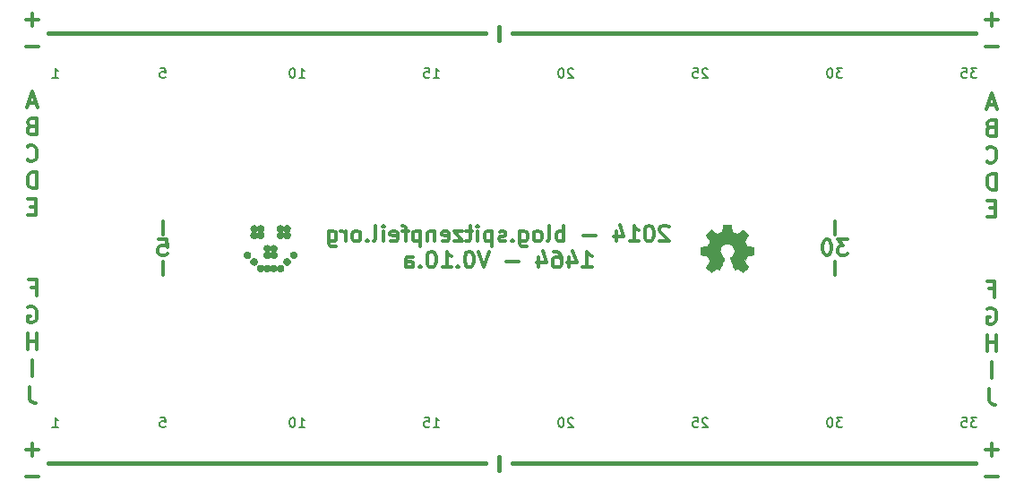
<source format=gbo>
%FSLAX34Y34*%
G04 Gerber Fmt 3.4, Leading zero omitted, Abs format*
G04 (created by PCBNEW (2014-06-12 BZR 4942)-product) date Sat 14 Jun 2014 04:59:07 AM CEST*
%MOIN*%
G01*
G70*
G90*
G04 APERTURE LIST*
%ADD10C,0.005906*%
%ADD11C,0.007874*%
%ADD12C,0.013780*%
%ADD13C,0.011811*%
%ADD14C,0.015748*%
%ADD15C,0.000100*%
%ADD16O,0.039370X0.055118*%
%ADD17O,0.064961X0.078740*%
%ADD18R,0.064961X0.064961*%
%ADD19C,0.125984*%
G04 APERTURE END LIST*
G54D10*
G54D11*
X10648Y-28660D02*
X10851Y-28660D01*
X10750Y-28660D02*
X10750Y-28305D01*
X10783Y-28356D01*
X10817Y-28390D01*
X10851Y-28407D01*
X14665Y-28305D02*
X14834Y-28305D01*
X14851Y-28474D01*
X14834Y-28457D01*
X14800Y-28440D01*
X14716Y-28440D01*
X14682Y-28457D01*
X14665Y-28474D01*
X14648Y-28508D01*
X14648Y-28592D01*
X14665Y-28626D01*
X14682Y-28643D01*
X14716Y-28660D01*
X14800Y-28660D01*
X14834Y-28643D01*
X14851Y-28626D01*
X19817Y-28660D02*
X20019Y-28660D01*
X19918Y-28660D02*
X19918Y-28305D01*
X19952Y-28356D01*
X19986Y-28390D01*
X20019Y-28407D01*
X19598Y-28305D02*
X19564Y-28305D01*
X19530Y-28322D01*
X19513Y-28339D01*
X19496Y-28373D01*
X19480Y-28440D01*
X19480Y-28525D01*
X19496Y-28592D01*
X19513Y-28626D01*
X19530Y-28643D01*
X19564Y-28660D01*
X19598Y-28660D01*
X19631Y-28643D01*
X19648Y-28626D01*
X19665Y-28592D01*
X19682Y-28525D01*
X19682Y-28440D01*
X19665Y-28373D01*
X19648Y-28339D01*
X19631Y-28322D01*
X19598Y-28305D01*
X24817Y-28660D02*
X25019Y-28660D01*
X24918Y-28660D02*
X24918Y-28305D01*
X24952Y-28356D01*
X24986Y-28390D01*
X25019Y-28407D01*
X24496Y-28305D02*
X24665Y-28305D01*
X24682Y-28474D01*
X24665Y-28457D01*
X24631Y-28440D01*
X24547Y-28440D01*
X24513Y-28457D01*
X24496Y-28474D01*
X24480Y-28508D01*
X24480Y-28592D01*
X24496Y-28626D01*
X24513Y-28643D01*
X24547Y-28660D01*
X24631Y-28660D01*
X24665Y-28643D01*
X24682Y-28626D01*
X30019Y-28339D02*
X30003Y-28322D01*
X29969Y-28305D01*
X29884Y-28305D01*
X29851Y-28322D01*
X29834Y-28339D01*
X29817Y-28373D01*
X29817Y-28407D01*
X29834Y-28457D01*
X30036Y-28660D01*
X29817Y-28660D01*
X29598Y-28305D02*
X29564Y-28305D01*
X29530Y-28322D01*
X29513Y-28339D01*
X29496Y-28373D01*
X29480Y-28440D01*
X29480Y-28525D01*
X29496Y-28592D01*
X29513Y-28626D01*
X29530Y-28643D01*
X29564Y-28660D01*
X29598Y-28660D01*
X29631Y-28643D01*
X29648Y-28626D01*
X29665Y-28592D01*
X29682Y-28525D01*
X29682Y-28440D01*
X29665Y-28373D01*
X29648Y-28339D01*
X29631Y-28322D01*
X29598Y-28305D01*
X35019Y-28339D02*
X35003Y-28322D01*
X34969Y-28305D01*
X34884Y-28305D01*
X34851Y-28322D01*
X34834Y-28339D01*
X34817Y-28373D01*
X34817Y-28407D01*
X34834Y-28457D01*
X35036Y-28660D01*
X34817Y-28660D01*
X34496Y-28305D02*
X34665Y-28305D01*
X34682Y-28474D01*
X34665Y-28457D01*
X34631Y-28440D01*
X34547Y-28440D01*
X34513Y-28457D01*
X34496Y-28474D01*
X34480Y-28508D01*
X34480Y-28592D01*
X34496Y-28626D01*
X34513Y-28643D01*
X34547Y-28660D01*
X34631Y-28660D01*
X34665Y-28643D01*
X34682Y-28626D01*
X40036Y-28305D02*
X39817Y-28305D01*
X39935Y-28440D01*
X39884Y-28440D01*
X39851Y-28457D01*
X39834Y-28474D01*
X39817Y-28508D01*
X39817Y-28592D01*
X39834Y-28626D01*
X39851Y-28643D01*
X39884Y-28660D01*
X39986Y-28660D01*
X40019Y-28643D01*
X40036Y-28626D01*
X39598Y-28305D02*
X39564Y-28305D01*
X39530Y-28322D01*
X39513Y-28339D01*
X39496Y-28373D01*
X39480Y-28440D01*
X39480Y-28525D01*
X39496Y-28592D01*
X39513Y-28626D01*
X39530Y-28643D01*
X39564Y-28660D01*
X39598Y-28660D01*
X39631Y-28643D01*
X39648Y-28626D01*
X39665Y-28592D01*
X39682Y-28525D01*
X39682Y-28440D01*
X39665Y-28373D01*
X39648Y-28339D01*
X39631Y-28322D01*
X39598Y-28305D01*
X45036Y-28305D02*
X44817Y-28305D01*
X44935Y-28440D01*
X44884Y-28440D01*
X44851Y-28457D01*
X44834Y-28474D01*
X44817Y-28508D01*
X44817Y-28592D01*
X44834Y-28626D01*
X44851Y-28643D01*
X44884Y-28660D01*
X44986Y-28660D01*
X45019Y-28643D01*
X45036Y-28626D01*
X44496Y-28305D02*
X44665Y-28305D01*
X44682Y-28474D01*
X44665Y-28457D01*
X44631Y-28440D01*
X44547Y-28440D01*
X44513Y-28457D01*
X44496Y-28474D01*
X44480Y-28508D01*
X44480Y-28592D01*
X44496Y-28626D01*
X44513Y-28643D01*
X44547Y-28660D01*
X44631Y-28660D01*
X44665Y-28643D01*
X44682Y-28626D01*
X45036Y-41305D02*
X44817Y-41305D01*
X44935Y-41440D01*
X44884Y-41440D01*
X44851Y-41457D01*
X44834Y-41474D01*
X44817Y-41508D01*
X44817Y-41592D01*
X44834Y-41626D01*
X44851Y-41643D01*
X44884Y-41660D01*
X44986Y-41660D01*
X45019Y-41643D01*
X45036Y-41626D01*
X44496Y-41305D02*
X44665Y-41305D01*
X44682Y-41474D01*
X44665Y-41457D01*
X44631Y-41440D01*
X44547Y-41440D01*
X44513Y-41457D01*
X44496Y-41474D01*
X44480Y-41508D01*
X44480Y-41592D01*
X44496Y-41626D01*
X44513Y-41643D01*
X44547Y-41660D01*
X44631Y-41660D01*
X44665Y-41643D01*
X44682Y-41626D01*
X40036Y-41305D02*
X39817Y-41305D01*
X39935Y-41440D01*
X39884Y-41440D01*
X39851Y-41457D01*
X39834Y-41474D01*
X39817Y-41508D01*
X39817Y-41592D01*
X39834Y-41626D01*
X39851Y-41643D01*
X39884Y-41660D01*
X39986Y-41660D01*
X40019Y-41643D01*
X40036Y-41626D01*
X39598Y-41305D02*
X39564Y-41305D01*
X39530Y-41322D01*
X39513Y-41339D01*
X39496Y-41373D01*
X39480Y-41440D01*
X39480Y-41525D01*
X39496Y-41592D01*
X39513Y-41626D01*
X39530Y-41643D01*
X39564Y-41660D01*
X39598Y-41660D01*
X39631Y-41643D01*
X39648Y-41626D01*
X39665Y-41592D01*
X39682Y-41525D01*
X39682Y-41440D01*
X39665Y-41373D01*
X39648Y-41339D01*
X39631Y-41322D01*
X39598Y-41305D01*
X35019Y-41339D02*
X35003Y-41322D01*
X34969Y-41305D01*
X34884Y-41305D01*
X34851Y-41322D01*
X34834Y-41339D01*
X34817Y-41373D01*
X34817Y-41407D01*
X34834Y-41457D01*
X35036Y-41660D01*
X34817Y-41660D01*
X34496Y-41305D02*
X34665Y-41305D01*
X34682Y-41474D01*
X34665Y-41457D01*
X34631Y-41440D01*
X34547Y-41440D01*
X34513Y-41457D01*
X34496Y-41474D01*
X34480Y-41508D01*
X34480Y-41592D01*
X34496Y-41626D01*
X34513Y-41643D01*
X34547Y-41660D01*
X34631Y-41660D01*
X34665Y-41643D01*
X34682Y-41626D01*
X30019Y-41339D02*
X30003Y-41322D01*
X29969Y-41305D01*
X29884Y-41305D01*
X29851Y-41322D01*
X29834Y-41339D01*
X29817Y-41373D01*
X29817Y-41407D01*
X29834Y-41457D01*
X30036Y-41660D01*
X29817Y-41660D01*
X29598Y-41305D02*
X29564Y-41305D01*
X29530Y-41322D01*
X29513Y-41339D01*
X29496Y-41373D01*
X29480Y-41440D01*
X29480Y-41525D01*
X29496Y-41592D01*
X29513Y-41626D01*
X29530Y-41643D01*
X29564Y-41660D01*
X29598Y-41660D01*
X29631Y-41643D01*
X29648Y-41626D01*
X29665Y-41592D01*
X29682Y-41525D01*
X29682Y-41440D01*
X29665Y-41373D01*
X29648Y-41339D01*
X29631Y-41322D01*
X29598Y-41305D01*
X24817Y-41660D02*
X25019Y-41660D01*
X24918Y-41660D02*
X24918Y-41305D01*
X24952Y-41356D01*
X24986Y-41390D01*
X25019Y-41407D01*
X24496Y-41305D02*
X24665Y-41305D01*
X24682Y-41474D01*
X24665Y-41457D01*
X24631Y-41440D01*
X24547Y-41440D01*
X24513Y-41457D01*
X24496Y-41474D01*
X24480Y-41508D01*
X24480Y-41592D01*
X24496Y-41626D01*
X24513Y-41643D01*
X24547Y-41660D01*
X24631Y-41660D01*
X24665Y-41643D01*
X24682Y-41626D01*
X19817Y-41660D02*
X20019Y-41660D01*
X19918Y-41660D02*
X19918Y-41305D01*
X19952Y-41356D01*
X19986Y-41390D01*
X20019Y-41407D01*
X19598Y-41305D02*
X19564Y-41305D01*
X19530Y-41322D01*
X19513Y-41339D01*
X19496Y-41373D01*
X19480Y-41440D01*
X19480Y-41525D01*
X19496Y-41592D01*
X19513Y-41626D01*
X19530Y-41643D01*
X19564Y-41660D01*
X19598Y-41660D01*
X19631Y-41643D01*
X19648Y-41626D01*
X19665Y-41592D01*
X19682Y-41525D01*
X19682Y-41440D01*
X19665Y-41373D01*
X19648Y-41339D01*
X19631Y-41322D01*
X19598Y-41305D01*
X14665Y-41305D02*
X14834Y-41305D01*
X14851Y-41474D01*
X14834Y-41457D01*
X14800Y-41440D01*
X14716Y-41440D01*
X14682Y-41457D01*
X14665Y-41474D01*
X14648Y-41508D01*
X14648Y-41592D01*
X14665Y-41626D01*
X14682Y-41643D01*
X14716Y-41660D01*
X14800Y-41660D01*
X14834Y-41643D01*
X14851Y-41626D01*
X10648Y-41660D02*
X10851Y-41660D01*
X10750Y-41660D02*
X10750Y-41305D01*
X10783Y-41356D01*
X10817Y-41390D01*
X10851Y-41407D01*
G54D12*
X45515Y-40226D02*
X45515Y-40648D01*
X45543Y-40732D01*
X45599Y-40789D01*
X45684Y-40817D01*
X45740Y-40817D01*
X45600Y-39817D02*
X45600Y-39226D01*
X45768Y-38817D02*
X45768Y-38226D01*
X45768Y-38507D02*
X45431Y-38507D01*
X45431Y-38817D02*
X45431Y-38226D01*
X45445Y-37254D02*
X45501Y-37226D01*
X45585Y-37226D01*
X45670Y-37254D01*
X45726Y-37310D01*
X45754Y-37367D01*
X45782Y-37479D01*
X45782Y-37564D01*
X45754Y-37676D01*
X45726Y-37732D01*
X45670Y-37789D01*
X45585Y-37817D01*
X45529Y-37817D01*
X45445Y-37789D01*
X45417Y-37760D01*
X45417Y-37564D01*
X45529Y-37564D01*
X45515Y-36507D02*
X45712Y-36507D01*
X45712Y-36817D02*
X45712Y-36226D01*
X45431Y-36226D01*
X45726Y-33507D02*
X45529Y-33507D01*
X45445Y-33817D02*
X45726Y-33817D01*
X45726Y-33226D01*
X45445Y-33226D01*
X45754Y-32817D02*
X45754Y-32226D01*
X45614Y-32226D01*
X45529Y-32254D01*
X45473Y-32310D01*
X45445Y-32367D01*
X45417Y-32479D01*
X45417Y-32564D01*
X45445Y-32676D01*
X45473Y-32732D01*
X45529Y-32789D01*
X45614Y-32817D01*
X45754Y-32817D01*
X45417Y-31760D02*
X45445Y-31789D01*
X45529Y-31817D01*
X45585Y-31817D01*
X45670Y-31789D01*
X45726Y-31732D01*
X45754Y-31676D01*
X45782Y-31564D01*
X45782Y-31479D01*
X45754Y-31367D01*
X45726Y-31310D01*
X45670Y-31254D01*
X45585Y-31226D01*
X45529Y-31226D01*
X45445Y-31254D01*
X45417Y-31282D01*
X45557Y-30507D02*
X45473Y-30535D01*
X45445Y-30564D01*
X45417Y-30620D01*
X45417Y-30704D01*
X45445Y-30760D01*
X45473Y-30789D01*
X45529Y-30817D01*
X45754Y-30817D01*
X45754Y-30226D01*
X45557Y-30226D01*
X45501Y-30254D01*
X45473Y-30282D01*
X45445Y-30339D01*
X45445Y-30395D01*
X45473Y-30451D01*
X45501Y-30479D01*
X45557Y-30507D01*
X45754Y-30507D01*
X45740Y-29648D02*
X45459Y-29648D01*
X45796Y-29817D02*
X45600Y-29226D01*
X45403Y-29817D01*
X40228Y-34676D02*
X39862Y-34676D01*
X40059Y-34901D01*
X39974Y-34901D01*
X39918Y-34929D01*
X39890Y-34957D01*
X39862Y-35014D01*
X39862Y-35154D01*
X39890Y-35210D01*
X39918Y-35239D01*
X39974Y-35267D01*
X40143Y-35267D01*
X40199Y-35239D01*
X40228Y-35210D01*
X39496Y-34676D02*
X39440Y-34676D01*
X39384Y-34704D01*
X39356Y-34732D01*
X39328Y-34789D01*
X39300Y-34901D01*
X39300Y-35042D01*
X39328Y-35154D01*
X39356Y-35210D01*
X39384Y-35239D01*
X39440Y-35267D01*
X39496Y-35267D01*
X39553Y-35239D01*
X39581Y-35210D01*
X39609Y-35154D01*
X39637Y-35042D01*
X39637Y-34901D01*
X39609Y-34789D01*
X39581Y-34732D01*
X39553Y-34704D01*
X39496Y-34676D01*
G54D13*
X39750Y-35500D02*
X39750Y-36000D01*
X39750Y-34500D02*
X39750Y-34000D01*
X14750Y-35500D02*
X14750Y-36000D01*
X14750Y-34000D02*
X14750Y-34500D01*
G54D12*
X14609Y-34676D02*
X14890Y-34676D01*
X14918Y-34957D01*
X14890Y-34929D01*
X14834Y-34901D01*
X14693Y-34901D01*
X14637Y-34929D01*
X14609Y-34957D01*
X14581Y-35014D01*
X14581Y-35154D01*
X14609Y-35210D01*
X14637Y-35239D01*
X14693Y-35267D01*
X14834Y-35267D01*
X14890Y-35239D01*
X14918Y-35210D01*
X9815Y-40176D02*
X9815Y-40598D01*
X9843Y-40682D01*
X9899Y-40739D01*
X9984Y-40767D01*
X10040Y-40767D01*
X9900Y-39767D02*
X9900Y-39176D01*
X10068Y-38767D02*
X10068Y-38176D01*
X10068Y-38457D02*
X9731Y-38457D01*
X9731Y-38767D02*
X9731Y-38176D01*
X9745Y-37204D02*
X9801Y-37176D01*
X9885Y-37176D01*
X9970Y-37204D01*
X10026Y-37260D01*
X10054Y-37317D01*
X10082Y-37429D01*
X10082Y-37514D01*
X10054Y-37626D01*
X10026Y-37682D01*
X9970Y-37739D01*
X9885Y-37767D01*
X9829Y-37767D01*
X9745Y-37739D01*
X9717Y-37710D01*
X9717Y-37514D01*
X9829Y-37514D01*
X9865Y-36457D02*
X10062Y-36457D01*
X10062Y-36767D02*
X10062Y-36176D01*
X9781Y-36176D01*
X10026Y-33457D02*
X9829Y-33457D01*
X9745Y-33767D02*
X10026Y-33767D01*
X10026Y-33176D01*
X9745Y-33176D01*
X10054Y-32767D02*
X10054Y-32176D01*
X9914Y-32176D01*
X9829Y-32204D01*
X9773Y-32260D01*
X9745Y-32317D01*
X9717Y-32429D01*
X9717Y-32514D01*
X9745Y-32626D01*
X9773Y-32682D01*
X9829Y-32739D01*
X9914Y-32767D01*
X10054Y-32767D01*
X9717Y-31710D02*
X9745Y-31739D01*
X9829Y-31767D01*
X9885Y-31767D01*
X9970Y-31739D01*
X10026Y-31682D01*
X10054Y-31626D01*
X10082Y-31514D01*
X10082Y-31429D01*
X10054Y-31317D01*
X10026Y-31260D01*
X9970Y-31204D01*
X9885Y-31176D01*
X9829Y-31176D01*
X9745Y-31204D01*
X9717Y-31232D01*
X9857Y-30457D02*
X9773Y-30485D01*
X9745Y-30514D01*
X9717Y-30570D01*
X9717Y-30654D01*
X9745Y-30710D01*
X9773Y-30739D01*
X9829Y-30767D01*
X10054Y-30767D01*
X10054Y-30176D01*
X9857Y-30176D01*
X9801Y-30204D01*
X9773Y-30232D01*
X9745Y-30289D01*
X9745Y-30345D01*
X9773Y-30401D01*
X9801Y-30429D01*
X9857Y-30457D01*
X10054Y-30457D01*
X10040Y-29598D02*
X9759Y-29598D01*
X10096Y-29767D02*
X9900Y-29176D01*
X9703Y-29767D01*
X10124Y-43492D02*
X9675Y-43492D01*
X10124Y-42492D02*
X9675Y-42492D01*
X9900Y-42717D02*
X9900Y-42267D01*
X45824Y-43492D02*
X45375Y-43492D01*
X45824Y-42492D02*
X45375Y-42492D01*
X45600Y-42717D02*
X45600Y-42267D01*
X10124Y-27492D02*
X9675Y-27492D01*
X10124Y-26492D02*
X9675Y-26492D01*
X9900Y-26717D02*
X9900Y-26267D01*
X45824Y-27492D02*
X45375Y-27492D01*
X45824Y-26492D02*
X45375Y-26492D01*
X45600Y-26717D02*
X45600Y-26267D01*
G54D14*
X27750Y-43000D02*
X45000Y-43000D01*
X27250Y-42750D02*
X27250Y-43250D01*
X10500Y-43000D02*
X26750Y-43000D01*
X27250Y-26750D02*
X27250Y-27250D01*
X27750Y-27000D02*
X45000Y-27000D01*
X10500Y-27000D02*
X26750Y-27000D01*
G54D12*
X33585Y-34211D02*
X33557Y-34183D01*
X33501Y-34154D01*
X33360Y-34154D01*
X33304Y-34183D01*
X33276Y-34211D01*
X33248Y-34267D01*
X33248Y-34323D01*
X33276Y-34408D01*
X33613Y-34745D01*
X33248Y-34745D01*
X32882Y-34154D02*
X32826Y-34154D01*
X32769Y-34183D01*
X32741Y-34211D01*
X32713Y-34267D01*
X32685Y-34379D01*
X32685Y-34520D01*
X32713Y-34633D01*
X32741Y-34689D01*
X32769Y-34717D01*
X32826Y-34745D01*
X32882Y-34745D01*
X32938Y-34717D01*
X32966Y-34689D01*
X32994Y-34633D01*
X33023Y-34520D01*
X33023Y-34379D01*
X32994Y-34267D01*
X32966Y-34211D01*
X32938Y-34183D01*
X32882Y-34154D01*
X32123Y-34745D02*
X32460Y-34745D01*
X32291Y-34745D02*
X32291Y-34154D01*
X32348Y-34239D01*
X32404Y-34295D01*
X32460Y-34323D01*
X31616Y-34351D02*
X31616Y-34745D01*
X31757Y-34126D02*
X31898Y-34548D01*
X31532Y-34548D01*
X30857Y-34520D02*
X30407Y-34520D01*
X29676Y-34745D02*
X29676Y-34154D01*
X29676Y-34379D02*
X29620Y-34351D01*
X29507Y-34351D01*
X29451Y-34379D01*
X29423Y-34408D01*
X29395Y-34464D01*
X29395Y-34633D01*
X29423Y-34689D01*
X29451Y-34717D01*
X29507Y-34745D01*
X29620Y-34745D01*
X29676Y-34717D01*
X29057Y-34745D02*
X29114Y-34717D01*
X29142Y-34661D01*
X29142Y-34154D01*
X28748Y-34745D02*
X28804Y-34717D01*
X28832Y-34689D01*
X28861Y-34633D01*
X28861Y-34464D01*
X28832Y-34408D01*
X28804Y-34379D01*
X28748Y-34351D01*
X28664Y-34351D01*
X28607Y-34379D01*
X28579Y-34408D01*
X28551Y-34464D01*
X28551Y-34633D01*
X28579Y-34689D01*
X28607Y-34717D01*
X28664Y-34745D01*
X28748Y-34745D01*
X28045Y-34351D02*
X28045Y-34829D01*
X28073Y-34886D01*
X28101Y-34914D01*
X28158Y-34942D01*
X28242Y-34942D01*
X28298Y-34914D01*
X28045Y-34717D02*
X28101Y-34745D01*
X28214Y-34745D01*
X28270Y-34717D01*
X28298Y-34689D01*
X28326Y-34633D01*
X28326Y-34464D01*
X28298Y-34408D01*
X28270Y-34379D01*
X28214Y-34351D01*
X28101Y-34351D01*
X28045Y-34379D01*
X27764Y-34689D02*
X27736Y-34717D01*
X27764Y-34745D01*
X27792Y-34717D01*
X27764Y-34689D01*
X27764Y-34745D01*
X27511Y-34717D02*
X27455Y-34745D01*
X27342Y-34745D01*
X27286Y-34717D01*
X27258Y-34661D01*
X27258Y-34633D01*
X27286Y-34576D01*
X27342Y-34548D01*
X27426Y-34548D01*
X27483Y-34520D01*
X27511Y-34464D01*
X27511Y-34436D01*
X27483Y-34379D01*
X27426Y-34351D01*
X27342Y-34351D01*
X27286Y-34379D01*
X27005Y-34351D02*
X27005Y-34942D01*
X27005Y-34379D02*
X26948Y-34351D01*
X26836Y-34351D01*
X26780Y-34379D01*
X26751Y-34408D01*
X26723Y-34464D01*
X26723Y-34633D01*
X26751Y-34689D01*
X26780Y-34717D01*
X26836Y-34745D01*
X26948Y-34745D01*
X27005Y-34717D01*
X26470Y-34745D02*
X26470Y-34351D01*
X26470Y-34154D02*
X26498Y-34183D01*
X26470Y-34211D01*
X26442Y-34183D01*
X26470Y-34154D01*
X26470Y-34211D01*
X26273Y-34351D02*
X26048Y-34351D01*
X26189Y-34154D02*
X26189Y-34661D01*
X26161Y-34717D01*
X26105Y-34745D01*
X26048Y-34745D01*
X25908Y-34351D02*
X25598Y-34351D01*
X25908Y-34745D01*
X25598Y-34745D01*
X25149Y-34717D02*
X25205Y-34745D01*
X25317Y-34745D01*
X25374Y-34717D01*
X25402Y-34661D01*
X25402Y-34436D01*
X25374Y-34379D01*
X25317Y-34351D01*
X25205Y-34351D01*
X25149Y-34379D01*
X25120Y-34436D01*
X25120Y-34492D01*
X25402Y-34548D01*
X24867Y-34351D02*
X24867Y-34745D01*
X24867Y-34408D02*
X24839Y-34379D01*
X24783Y-34351D01*
X24699Y-34351D01*
X24642Y-34379D01*
X24614Y-34436D01*
X24614Y-34745D01*
X24333Y-34351D02*
X24333Y-34942D01*
X24333Y-34379D02*
X24277Y-34351D01*
X24164Y-34351D01*
X24108Y-34379D01*
X24080Y-34408D01*
X24052Y-34464D01*
X24052Y-34633D01*
X24080Y-34689D01*
X24108Y-34717D01*
X24164Y-34745D01*
X24277Y-34745D01*
X24333Y-34717D01*
X23883Y-34351D02*
X23658Y-34351D01*
X23799Y-34745D02*
X23799Y-34239D01*
X23771Y-34183D01*
X23714Y-34154D01*
X23658Y-34154D01*
X23236Y-34717D02*
X23293Y-34745D01*
X23405Y-34745D01*
X23461Y-34717D01*
X23489Y-34661D01*
X23489Y-34436D01*
X23461Y-34379D01*
X23405Y-34351D01*
X23293Y-34351D01*
X23236Y-34379D01*
X23208Y-34436D01*
X23208Y-34492D01*
X23489Y-34548D01*
X22955Y-34745D02*
X22955Y-34351D01*
X22955Y-34154D02*
X22983Y-34183D01*
X22955Y-34211D01*
X22927Y-34183D01*
X22955Y-34154D01*
X22955Y-34211D01*
X22589Y-34745D02*
X22646Y-34717D01*
X22674Y-34661D01*
X22674Y-34154D01*
X22365Y-34689D02*
X22336Y-34717D01*
X22365Y-34745D01*
X22393Y-34717D01*
X22365Y-34689D01*
X22365Y-34745D01*
X21999Y-34745D02*
X22055Y-34717D01*
X22083Y-34689D01*
X22111Y-34633D01*
X22111Y-34464D01*
X22083Y-34408D01*
X22055Y-34379D01*
X21999Y-34351D01*
X21915Y-34351D01*
X21858Y-34379D01*
X21830Y-34408D01*
X21802Y-34464D01*
X21802Y-34633D01*
X21830Y-34689D01*
X21858Y-34717D01*
X21915Y-34745D01*
X21999Y-34745D01*
X21549Y-34745D02*
X21549Y-34351D01*
X21549Y-34464D02*
X21521Y-34408D01*
X21493Y-34379D01*
X21437Y-34351D01*
X21380Y-34351D01*
X20930Y-34351D02*
X20930Y-34829D01*
X20958Y-34886D01*
X20987Y-34914D01*
X21043Y-34942D01*
X21127Y-34942D01*
X21183Y-34914D01*
X20930Y-34717D02*
X20987Y-34745D01*
X21099Y-34745D01*
X21155Y-34717D01*
X21183Y-34689D01*
X21212Y-34633D01*
X21212Y-34464D01*
X21183Y-34408D01*
X21155Y-34379D01*
X21099Y-34351D01*
X20987Y-34351D01*
X20930Y-34379D01*
X30379Y-35710D02*
X30717Y-35710D01*
X30548Y-35710D02*
X30548Y-35119D01*
X30604Y-35203D01*
X30660Y-35260D01*
X30717Y-35288D01*
X29873Y-35316D02*
X29873Y-35710D01*
X30014Y-35091D02*
X30154Y-35513D01*
X29789Y-35513D01*
X29311Y-35119D02*
X29423Y-35119D01*
X29479Y-35147D01*
X29507Y-35175D01*
X29564Y-35260D01*
X29592Y-35372D01*
X29592Y-35597D01*
X29564Y-35653D01*
X29535Y-35681D01*
X29479Y-35710D01*
X29367Y-35710D01*
X29311Y-35681D01*
X29282Y-35653D01*
X29254Y-35597D01*
X29254Y-35456D01*
X29282Y-35400D01*
X29311Y-35372D01*
X29367Y-35344D01*
X29479Y-35344D01*
X29535Y-35372D01*
X29564Y-35400D01*
X29592Y-35456D01*
X28748Y-35316D02*
X28748Y-35710D01*
X28889Y-35091D02*
X29029Y-35513D01*
X28664Y-35513D01*
X27989Y-35485D02*
X27539Y-35485D01*
X26892Y-35119D02*
X26695Y-35710D01*
X26498Y-35119D01*
X26189Y-35119D02*
X26133Y-35119D01*
X26077Y-35147D01*
X26048Y-35175D01*
X26020Y-35232D01*
X25992Y-35344D01*
X25992Y-35485D01*
X26020Y-35597D01*
X26048Y-35653D01*
X26077Y-35681D01*
X26133Y-35710D01*
X26189Y-35710D01*
X26245Y-35681D01*
X26273Y-35653D01*
X26302Y-35597D01*
X26330Y-35485D01*
X26330Y-35344D01*
X26302Y-35232D01*
X26273Y-35175D01*
X26245Y-35147D01*
X26189Y-35119D01*
X25739Y-35653D02*
X25711Y-35681D01*
X25739Y-35710D01*
X25767Y-35681D01*
X25739Y-35653D01*
X25739Y-35710D01*
X25149Y-35710D02*
X25486Y-35710D01*
X25317Y-35710D02*
X25317Y-35119D01*
X25374Y-35203D01*
X25430Y-35260D01*
X25486Y-35288D01*
X24783Y-35119D02*
X24727Y-35119D01*
X24670Y-35147D01*
X24642Y-35175D01*
X24614Y-35232D01*
X24586Y-35344D01*
X24586Y-35485D01*
X24614Y-35597D01*
X24642Y-35653D01*
X24670Y-35681D01*
X24727Y-35710D01*
X24783Y-35710D01*
X24839Y-35681D01*
X24867Y-35653D01*
X24895Y-35597D01*
X24924Y-35485D01*
X24924Y-35344D01*
X24895Y-35232D01*
X24867Y-35175D01*
X24839Y-35147D01*
X24783Y-35119D01*
X24333Y-35653D02*
X24305Y-35681D01*
X24333Y-35710D01*
X24361Y-35681D01*
X24333Y-35653D01*
X24333Y-35710D01*
X23799Y-35710D02*
X23799Y-35400D01*
X23827Y-35344D01*
X23883Y-35316D01*
X23996Y-35316D01*
X24052Y-35344D01*
X23799Y-35681D02*
X23855Y-35710D01*
X23996Y-35710D01*
X24052Y-35681D01*
X24080Y-35625D01*
X24080Y-35569D01*
X24052Y-35513D01*
X23996Y-35485D01*
X23855Y-35485D01*
X23799Y-35456D01*
G54D15*
G36*
X35154Y-35884D02*
X35164Y-35878D01*
X35187Y-35864D01*
X35220Y-35842D01*
X35259Y-35816D01*
X35298Y-35790D01*
X35330Y-35769D01*
X35352Y-35754D01*
X35362Y-35749D01*
X35367Y-35751D01*
X35385Y-35760D01*
X35412Y-35774D01*
X35428Y-35782D01*
X35452Y-35792D01*
X35465Y-35795D01*
X35467Y-35791D01*
X35476Y-35772D01*
X35490Y-35740D01*
X35508Y-35697D01*
X35530Y-35647D01*
X35552Y-35594D01*
X35575Y-35539D01*
X35597Y-35486D01*
X35616Y-35439D01*
X35632Y-35401D01*
X35642Y-35374D01*
X35646Y-35363D01*
X35645Y-35360D01*
X35632Y-35348D01*
X35611Y-35332D01*
X35564Y-35294D01*
X35518Y-35237D01*
X35490Y-35172D01*
X35481Y-35099D01*
X35489Y-35032D01*
X35515Y-34968D01*
X35560Y-34910D01*
X35615Y-34867D01*
X35679Y-34840D01*
X35750Y-34831D01*
X35818Y-34839D01*
X35884Y-34865D01*
X35942Y-34909D01*
X35967Y-34937D01*
X36001Y-34996D01*
X36020Y-35058D01*
X36022Y-35074D01*
X36019Y-35143D01*
X35999Y-35210D01*
X35962Y-35269D01*
X35911Y-35318D01*
X35905Y-35322D01*
X35882Y-35340D01*
X35866Y-35352D01*
X35854Y-35362D01*
X35942Y-35574D01*
X35956Y-35607D01*
X35980Y-35665D01*
X36001Y-35715D01*
X36018Y-35755D01*
X36030Y-35781D01*
X36035Y-35792D01*
X36035Y-35793D01*
X36043Y-35794D01*
X36059Y-35788D01*
X36089Y-35774D01*
X36108Y-35764D01*
X36131Y-35753D01*
X36141Y-35749D01*
X36150Y-35754D01*
X36171Y-35768D01*
X36203Y-35789D01*
X36241Y-35814D01*
X36277Y-35839D01*
X36310Y-35861D01*
X36334Y-35876D01*
X36346Y-35883D01*
X36348Y-35883D01*
X36358Y-35877D01*
X36377Y-35861D01*
X36406Y-35834D01*
X36447Y-35793D01*
X36453Y-35787D01*
X36487Y-35753D01*
X36514Y-35724D01*
X36532Y-35704D01*
X36539Y-35695D01*
X36539Y-35695D01*
X36533Y-35683D01*
X36518Y-35659D01*
X36496Y-35625D01*
X36469Y-35586D01*
X36399Y-35484D01*
X36437Y-35388D01*
X36449Y-35358D01*
X36464Y-35323D01*
X36475Y-35297D01*
X36481Y-35286D01*
X36491Y-35282D01*
X36518Y-35276D01*
X36556Y-35268D01*
X36601Y-35260D01*
X36645Y-35252D01*
X36684Y-35244D01*
X36712Y-35239D01*
X36725Y-35236D01*
X36728Y-35234D01*
X36731Y-35228D01*
X36732Y-35215D01*
X36733Y-35191D01*
X36734Y-35154D01*
X36734Y-35099D01*
X36734Y-35093D01*
X36733Y-35042D01*
X36732Y-35000D01*
X36731Y-34974D01*
X36729Y-34963D01*
X36729Y-34963D01*
X36717Y-34960D01*
X36689Y-34954D01*
X36650Y-34947D01*
X36603Y-34938D01*
X36600Y-34937D01*
X36554Y-34928D01*
X36515Y-34920D01*
X36487Y-34914D01*
X36476Y-34910D01*
X36473Y-34907D01*
X36464Y-34889D01*
X36451Y-34860D01*
X36435Y-34825D01*
X36420Y-34788D01*
X36407Y-34755D01*
X36398Y-34731D01*
X36395Y-34720D01*
X36396Y-34719D01*
X36403Y-34708D01*
X36419Y-34684D01*
X36441Y-34651D01*
X36468Y-34611D01*
X36470Y-34608D01*
X36497Y-34569D01*
X36519Y-34535D01*
X36533Y-34512D01*
X36539Y-34501D01*
X36539Y-34500D01*
X36530Y-34488D01*
X36510Y-34466D01*
X36481Y-34436D01*
X36447Y-34401D01*
X36436Y-34391D01*
X36397Y-34353D01*
X36371Y-34329D01*
X36354Y-34316D01*
X36346Y-34313D01*
X36346Y-34313D01*
X36334Y-34320D01*
X36309Y-34336D01*
X36276Y-34359D01*
X36236Y-34386D01*
X36233Y-34388D01*
X36194Y-34415D01*
X36161Y-34437D01*
X36138Y-34453D01*
X36127Y-34459D01*
X36126Y-34459D01*
X36110Y-34454D01*
X36082Y-34444D01*
X36047Y-34431D01*
X36011Y-34416D01*
X35978Y-34402D01*
X35953Y-34391D01*
X35941Y-34384D01*
X35941Y-34384D01*
X35937Y-34370D01*
X35930Y-34340D01*
X35922Y-34300D01*
X35912Y-34252D01*
X35911Y-34244D01*
X35902Y-34197D01*
X35895Y-34158D01*
X35889Y-34131D01*
X35886Y-34120D01*
X35880Y-34119D01*
X35857Y-34117D01*
X35822Y-34116D01*
X35779Y-34116D01*
X35735Y-34116D01*
X35692Y-34117D01*
X35655Y-34118D01*
X35628Y-34120D01*
X35617Y-34122D01*
X35617Y-34123D01*
X35613Y-34138D01*
X35606Y-34167D01*
X35598Y-34208D01*
X35589Y-34256D01*
X35587Y-34265D01*
X35578Y-34311D01*
X35570Y-34350D01*
X35565Y-34376D01*
X35562Y-34387D01*
X35557Y-34389D01*
X35538Y-34397D01*
X35507Y-34410D01*
X35468Y-34426D01*
X35378Y-34462D01*
X35267Y-34387D01*
X35257Y-34380D01*
X35217Y-34353D01*
X35185Y-34331D01*
X35162Y-34316D01*
X35153Y-34311D01*
X35152Y-34311D01*
X35141Y-34321D01*
X35119Y-34342D01*
X35089Y-34371D01*
X35054Y-34405D01*
X35029Y-34431D01*
X34998Y-34462D01*
X34979Y-34483D01*
X34968Y-34496D01*
X34965Y-34504D01*
X34966Y-34510D01*
X34973Y-34521D01*
X34989Y-34545D01*
X35012Y-34579D01*
X35039Y-34618D01*
X35061Y-34651D01*
X35085Y-34688D01*
X35100Y-34714D01*
X35106Y-34727D01*
X35104Y-34732D01*
X35097Y-34754D01*
X35083Y-34787D01*
X35067Y-34826D01*
X35028Y-34913D01*
X34971Y-34924D01*
X34936Y-34931D01*
X34888Y-34940D01*
X34841Y-34949D01*
X34769Y-34963D01*
X34766Y-35229D01*
X34777Y-35234D01*
X34788Y-35237D01*
X34815Y-35243D01*
X34853Y-35251D01*
X34899Y-35259D01*
X34937Y-35266D01*
X34976Y-35274D01*
X35004Y-35279D01*
X35016Y-35282D01*
X35020Y-35286D01*
X35029Y-35305D01*
X35043Y-35335D01*
X35059Y-35371D01*
X35074Y-35408D01*
X35088Y-35443D01*
X35097Y-35469D01*
X35101Y-35482D01*
X35096Y-35493D01*
X35081Y-35516D01*
X35060Y-35548D01*
X35033Y-35587D01*
X35007Y-35625D01*
X34984Y-35658D01*
X34969Y-35682D01*
X34962Y-35693D01*
X34966Y-35700D01*
X34981Y-35719D01*
X35010Y-35749D01*
X35054Y-35792D01*
X35061Y-35799D01*
X35095Y-35832D01*
X35124Y-35859D01*
X35145Y-35877D01*
X35154Y-35884D01*
X35154Y-35884D01*
G37*
X35154Y-35884D02*
X35164Y-35878D01*
X35187Y-35864D01*
X35220Y-35842D01*
X35259Y-35816D01*
X35298Y-35790D01*
X35330Y-35769D01*
X35352Y-35754D01*
X35362Y-35749D01*
X35367Y-35751D01*
X35385Y-35760D01*
X35412Y-35774D01*
X35428Y-35782D01*
X35452Y-35792D01*
X35465Y-35795D01*
X35467Y-35791D01*
X35476Y-35772D01*
X35490Y-35740D01*
X35508Y-35697D01*
X35530Y-35647D01*
X35552Y-35594D01*
X35575Y-35539D01*
X35597Y-35486D01*
X35616Y-35439D01*
X35632Y-35401D01*
X35642Y-35374D01*
X35646Y-35363D01*
X35645Y-35360D01*
X35632Y-35348D01*
X35611Y-35332D01*
X35564Y-35294D01*
X35518Y-35237D01*
X35490Y-35172D01*
X35481Y-35099D01*
X35489Y-35032D01*
X35515Y-34968D01*
X35560Y-34910D01*
X35615Y-34867D01*
X35679Y-34840D01*
X35750Y-34831D01*
X35818Y-34839D01*
X35884Y-34865D01*
X35942Y-34909D01*
X35967Y-34937D01*
X36001Y-34996D01*
X36020Y-35058D01*
X36022Y-35074D01*
X36019Y-35143D01*
X35999Y-35210D01*
X35962Y-35269D01*
X35911Y-35318D01*
X35905Y-35322D01*
X35882Y-35340D01*
X35866Y-35352D01*
X35854Y-35362D01*
X35942Y-35574D01*
X35956Y-35607D01*
X35980Y-35665D01*
X36001Y-35715D01*
X36018Y-35755D01*
X36030Y-35781D01*
X36035Y-35792D01*
X36035Y-35793D01*
X36043Y-35794D01*
X36059Y-35788D01*
X36089Y-35774D01*
X36108Y-35764D01*
X36131Y-35753D01*
X36141Y-35749D01*
X36150Y-35754D01*
X36171Y-35768D01*
X36203Y-35789D01*
X36241Y-35814D01*
X36277Y-35839D01*
X36310Y-35861D01*
X36334Y-35876D01*
X36346Y-35883D01*
X36348Y-35883D01*
X36358Y-35877D01*
X36377Y-35861D01*
X36406Y-35834D01*
X36447Y-35793D01*
X36453Y-35787D01*
X36487Y-35753D01*
X36514Y-35724D01*
X36532Y-35704D01*
X36539Y-35695D01*
X36539Y-35695D01*
X36533Y-35683D01*
X36518Y-35659D01*
X36496Y-35625D01*
X36469Y-35586D01*
X36399Y-35484D01*
X36437Y-35388D01*
X36449Y-35358D01*
X36464Y-35323D01*
X36475Y-35297D01*
X36481Y-35286D01*
X36491Y-35282D01*
X36518Y-35276D01*
X36556Y-35268D01*
X36601Y-35260D01*
X36645Y-35252D01*
X36684Y-35244D01*
X36712Y-35239D01*
X36725Y-35236D01*
X36728Y-35234D01*
X36731Y-35228D01*
X36732Y-35215D01*
X36733Y-35191D01*
X36734Y-35154D01*
X36734Y-35099D01*
X36734Y-35093D01*
X36733Y-35042D01*
X36732Y-35000D01*
X36731Y-34974D01*
X36729Y-34963D01*
X36729Y-34963D01*
X36717Y-34960D01*
X36689Y-34954D01*
X36650Y-34947D01*
X36603Y-34938D01*
X36600Y-34937D01*
X36554Y-34928D01*
X36515Y-34920D01*
X36487Y-34914D01*
X36476Y-34910D01*
X36473Y-34907D01*
X36464Y-34889D01*
X36451Y-34860D01*
X36435Y-34825D01*
X36420Y-34788D01*
X36407Y-34755D01*
X36398Y-34731D01*
X36395Y-34720D01*
X36396Y-34719D01*
X36403Y-34708D01*
X36419Y-34684D01*
X36441Y-34651D01*
X36468Y-34611D01*
X36470Y-34608D01*
X36497Y-34569D01*
X36519Y-34535D01*
X36533Y-34512D01*
X36539Y-34501D01*
X36539Y-34500D01*
X36530Y-34488D01*
X36510Y-34466D01*
X36481Y-34436D01*
X36447Y-34401D01*
X36436Y-34391D01*
X36397Y-34353D01*
X36371Y-34329D01*
X36354Y-34316D01*
X36346Y-34313D01*
X36346Y-34313D01*
X36334Y-34320D01*
X36309Y-34336D01*
X36276Y-34359D01*
X36236Y-34386D01*
X36233Y-34388D01*
X36194Y-34415D01*
X36161Y-34437D01*
X36138Y-34453D01*
X36127Y-34459D01*
X36126Y-34459D01*
X36110Y-34454D01*
X36082Y-34444D01*
X36047Y-34431D01*
X36011Y-34416D01*
X35978Y-34402D01*
X35953Y-34391D01*
X35941Y-34384D01*
X35941Y-34384D01*
X35937Y-34370D01*
X35930Y-34340D01*
X35922Y-34300D01*
X35912Y-34252D01*
X35911Y-34244D01*
X35902Y-34197D01*
X35895Y-34158D01*
X35889Y-34131D01*
X35886Y-34120D01*
X35880Y-34119D01*
X35857Y-34117D01*
X35822Y-34116D01*
X35779Y-34116D01*
X35735Y-34116D01*
X35692Y-34117D01*
X35655Y-34118D01*
X35628Y-34120D01*
X35617Y-34122D01*
X35617Y-34123D01*
X35613Y-34138D01*
X35606Y-34167D01*
X35598Y-34208D01*
X35589Y-34256D01*
X35587Y-34265D01*
X35578Y-34311D01*
X35570Y-34350D01*
X35565Y-34376D01*
X35562Y-34387D01*
X35557Y-34389D01*
X35538Y-34397D01*
X35507Y-34410D01*
X35468Y-34426D01*
X35378Y-34462D01*
X35267Y-34387D01*
X35257Y-34380D01*
X35217Y-34353D01*
X35185Y-34331D01*
X35162Y-34316D01*
X35153Y-34311D01*
X35152Y-34311D01*
X35141Y-34321D01*
X35119Y-34342D01*
X35089Y-34371D01*
X35054Y-34405D01*
X35029Y-34431D01*
X34998Y-34462D01*
X34979Y-34483D01*
X34968Y-34496D01*
X34965Y-34504D01*
X34966Y-34510D01*
X34973Y-34521D01*
X34989Y-34545D01*
X35012Y-34579D01*
X35039Y-34618D01*
X35061Y-34651D01*
X35085Y-34688D01*
X35100Y-34714D01*
X35106Y-34727D01*
X35104Y-34732D01*
X35097Y-34754D01*
X35083Y-34787D01*
X35067Y-34826D01*
X35028Y-34913D01*
X34971Y-34924D01*
X34936Y-34931D01*
X34888Y-34940D01*
X34841Y-34949D01*
X34769Y-34963D01*
X34766Y-35229D01*
X34777Y-35234D01*
X34788Y-35237D01*
X34815Y-35243D01*
X34853Y-35251D01*
X34899Y-35259D01*
X34937Y-35266D01*
X34976Y-35274D01*
X35004Y-35279D01*
X35016Y-35282D01*
X35020Y-35286D01*
X35029Y-35305D01*
X35043Y-35335D01*
X35059Y-35371D01*
X35074Y-35408D01*
X35088Y-35443D01*
X35097Y-35469D01*
X35101Y-35482D01*
X35096Y-35493D01*
X35081Y-35516D01*
X35060Y-35548D01*
X35033Y-35587D01*
X35007Y-35625D01*
X34984Y-35658D01*
X34969Y-35682D01*
X34962Y-35693D01*
X34966Y-35700D01*
X34981Y-35719D01*
X35010Y-35749D01*
X35054Y-35792D01*
X35061Y-35799D01*
X35095Y-35832D01*
X35124Y-35859D01*
X35145Y-35877D01*
X35154Y-35884D01*
G36*
X19121Y-35861D02*
X19146Y-35858D01*
X19169Y-35850D01*
X19179Y-35845D01*
X19200Y-35830D01*
X19217Y-35812D01*
X19229Y-35791D01*
X19238Y-35769D01*
X19242Y-35745D01*
X19241Y-35721D01*
X19235Y-35697D01*
X19224Y-35673D01*
X19217Y-35664D01*
X19206Y-35652D01*
X19195Y-35642D01*
X19185Y-35634D01*
X19181Y-35632D01*
X19160Y-35622D01*
X19138Y-35616D01*
X19113Y-35615D01*
X19105Y-35616D01*
X19092Y-35618D01*
X19080Y-35621D01*
X19067Y-35626D01*
X19053Y-35634D01*
X19033Y-35650D01*
X19016Y-35670D01*
X19004Y-35692D01*
X19001Y-35703D01*
X18997Y-35715D01*
X18996Y-35724D01*
X18996Y-35726D01*
X18996Y-35726D01*
X18995Y-35721D01*
X18995Y-35720D01*
X18991Y-35704D01*
X18985Y-35688D01*
X18978Y-35674D01*
X18964Y-35656D01*
X18945Y-35638D01*
X18923Y-35626D01*
X18899Y-35618D01*
X18873Y-35615D01*
X18867Y-35615D01*
X18847Y-35617D01*
X18829Y-35623D01*
X18825Y-35624D01*
X18804Y-35636D01*
X18786Y-35651D01*
X18770Y-35670D01*
X18759Y-35690D01*
X18752Y-35712D01*
X18752Y-35713D01*
X18751Y-35719D01*
X18750Y-35722D01*
X18750Y-35722D01*
X18749Y-35718D01*
X18748Y-35712D01*
X18747Y-35710D01*
X18740Y-35688D01*
X18728Y-35668D01*
X18712Y-35649D01*
X18698Y-35637D01*
X18676Y-35625D01*
X18653Y-35617D01*
X18627Y-35615D01*
X18608Y-35616D01*
X18584Y-35623D01*
X18561Y-35634D01*
X18542Y-35649D01*
X18526Y-35669D01*
X18524Y-35672D01*
X18518Y-35681D01*
X18514Y-35689D01*
X18512Y-35694D01*
X18509Y-35705D01*
X18506Y-35716D01*
X18505Y-35724D01*
X18505Y-35725D01*
X18504Y-35726D01*
X18503Y-35720D01*
X18501Y-35707D01*
X18495Y-35690D01*
X18487Y-35675D01*
X18473Y-35655D01*
X18454Y-35638D01*
X18432Y-35626D01*
X18408Y-35618D01*
X18382Y-35615D01*
X18359Y-35617D01*
X18335Y-35624D01*
X18313Y-35635D01*
X18293Y-35652D01*
X18284Y-35663D01*
X18274Y-35677D01*
X18267Y-35692D01*
X18263Y-35705D01*
X18258Y-35730D01*
X18259Y-35754D01*
X18265Y-35777D01*
X18274Y-35798D01*
X18288Y-35818D01*
X18305Y-35834D01*
X18324Y-35847D01*
X18347Y-35856D01*
X18372Y-35860D01*
X18374Y-35860D01*
X18399Y-35860D01*
X18423Y-35854D01*
X18445Y-35843D01*
X18453Y-35838D01*
X18470Y-35823D01*
X18484Y-35806D01*
X18494Y-35787D01*
X18497Y-35780D01*
X18500Y-35770D01*
X18503Y-35759D01*
X18504Y-35751D01*
X18504Y-35746D01*
X18505Y-35751D01*
X18505Y-35755D01*
X18508Y-35766D01*
X18511Y-35778D01*
X18515Y-35788D01*
X18521Y-35800D01*
X18536Y-35820D01*
X18555Y-35837D01*
X18577Y-35850D01*
X18601Y-35858D01*
X18605Y-35859D01*
X18622Y-35861D01*
X18640Y-35860D01*
X18656Y-35858D01*
X18672Y-35852D01*
X18695Y-35841D01*
X18716Y-35824D01*
X18717Y-35822D01*
X18731Y-35805D01*
X18742Y-35784D01*
X18748Y-35763D01*
X18748Y-35762D01*
X18750Y-35756D01*
X18750Y-35754D01*
X18750Y-35756D01*
X18751Y-35761D01*
X18752Y-35763D01*
X18755Y-35775D01*
X18761Y-35789D01*
X18768Y-35803D01*
X18779Y-35818D01*
X18797Y-35835D01*
X18819Y-35849D01*
X18843Y-35857D01*
X18848Y-35858D01*
X18864Y-35860D01*
X18882Y-35860D01*
X18898Y-35858D01*
X18912Y-35854D01*
X18935Y-35844D01*
X18955Y-35829D01*
X18972Y-35810D01*
X18985Y-35788D01*
X18988Y-35781D01*
X18991Y-35770D01*
X18994Y-35759D01*
X18995Y-35751D01*
X18995Y-35750D01*
X18996Y-35750D01*
X18996Y-35755D01*
X18997Y-35755D01*
X19000Y-35771D01*
X19006Y-35787D01*
X19013Y-35802D01*
X19017Y-35807D01*
X19033Y-35826D01*
X19052Y-35841D01*
X19073Y-35852D01*
X19097Y-35859D01*
X19121Y-35861D01*
X19121Y-35861D01*
G37*
X19121Y-35861D02*
X19146Y-35858D01*
X19169Y-35850D01*
X19179Y-35845D01*
X19200Y-35830D01*
X19217Y-35812D01*
X19229Y-35791D01*
X19238Y-35769D01*
X19242Y-35745D01*
X19241Y-35721D01*
X19235Y-35697D01*
X19224Y-35673D01*
X19217Y-35664D01*
X19206Y-35652D01*
X19195Y-35642D01*
X19185Y-35634D01*
X19181Y-35632D01*
X19160Y-35622D01*
X19138Y-35616D01*
X19113Y-35615D01*
X19105Y-35616D01*
X19092Y-35618D01*
X19080Y-35621D01*
X19067Y-35626D01*
X19053Y-35634D01*
X19033Y-35650D01*
X19016Y-35670D01*
X19004Y-35692D01*
X19001Y-35703D01*
X18997Y-35715D01*
X18996Y-35724D01*
X18996Y-35726D01*
X18996Y-35726D01*
X18995Y-35721D01*
X18995Y-35720D01*
X18991Y-35704D01*
X18985Y-35688D01*
X18978Y-35674D01*
X18964Y-35656D01*
X18945Y-35638D01*
X18923Y-35626D01*
X18899Y-35618D01*
X18873Y-35615D01*
X18867Y-35615D01*
X18847Y-35617D01*
X18829Y-35623D01*
X18825Y-35624D01*
X18804Y-35636D01*
X18786Y-35651D01*
X18770Y-35670D01*
X18759Y-35690D01*
X18752Y-35712D01*
X18752Y-35713D01*
X18751Y-35719D01*
X18750Y-35722D01*
X18750Y-35722D01*
X18749Y-35718D01*
X18748Y-35712D01*
X18747Y-35710D01*
X18740Y-35688D01*
X18728Y-35668D01*
X18712Y-35649D01*
X18698Y-35637D01*
X18676Y-35625D01*
X18653Y-35617D01*
X18627Y-35615D01*
X18608Y-35616D01*
X18584Y-35623D01*
X18561Y-35634D01*
X18542Y-35649D01*
X18526Y-35669D01*
X18524Y-35672D01*
X18518Y-35681D01*
X18514Y-35689D01*
X18512Y-35694D01*
X18509Y-35705D01*
X18506Y-35716D01*
X18505Y-35724D01*
X18505Y-35725D01*
X18504Y-35726D01*
X18503Y-35720D01*
X18501Y-35707D01*
X18495Y-35690D01*
X18487Y-35675D01*
X18473Y-35655D01*
X18454Y-35638D01*
X18432Y-35626D01*
X18408Y-35618D01*
X18382Y-35615D01*
X18359Y-35617D01*
X18335Y-35624D01*
X18313Y-35635D01*
X18293Y-35652D01*
X18284Y-35663D01*
X18274Y-35677D01*
X18267Y-35692D01*
X18263Y-35705D01*
X18258Y-35730D01*
X18259Y-35754D01*
X18265Y-35777D01*
X18274Y-35798D01*
X18288Y-35818D01*
X18305Y-35834D01*
X18324Y-35847D01*
X18347Y-35856D01*
X18372Y-35860D01*
X18374Y-35860D01*
X18399Y-35860D01*
X18423Y-35854D01*
X18445Y-35843D01*
X18453Y-35838D01*
X18470Y-35823D01*
X18484Y-35806D01*
X18494Y-35787D01*
X18497Y-35780D01*
X18500Y-35770D01*
X18503Y-35759D01*
X18504Y-35751D01*
X18504Y-35746D01*
X18505Y-35751D01*
X18505Y-35755D01*
X18508Y-35766D01*
X18511Y-35778D01*
X18515Y-35788D01*
X18521Y-35800D01*
X18536Y-35820D01*
X18555Y-35837D01*
X18577Y-35850D01*
X18601Y-35858D01*
X18605Y-35859D01*
X18622Y-35861D01*
X18640Y-35860D01*
X18656Y-35858D01*
X18672Y-35852D01*
X18695Y-35841D01*
X18716Y-35824D01*
X18717Y-35822D01*
X18731Y-35805D01*
X18742Y-35784D01*
X18748Y-35763D01*
X18748Y-35762D01*
X18750Y-35756D01*
X18750Y-35754D01*
X18750Y-35756D01*
X18751Y-35761D01*
X18752Y-35763D01*
X18755Y-35775D01*
X18761Y-35789D01*
X18768Y-35803D01*
X18779Y-35818D01*
X18797Y-35835D01*
X18819Y-35849D01*
X18843Y-35857D01*
X18848Y-35858D01*
X18864Y-35860D01*
X18882Y-35860D01*
X18898Y-35858D01*
X18912Y-35854D01*
X18935Y-35844D01*
X18955Y-35829D01*
X18972Y-35810D01*
X18985Y-35788D01*
X18988Y-35781D01*
X18991Y-35770D01*
X18994Y-35759D01*
X18995Y-35751D01*
X18995Y-35750D01*
X18996Y-35750D01*
X18996Y-35755D01*
X18997Y-35755D01*
X19000Y-35771D01*
X19006Y-35787D01*
X19013Y-35802D01*
X19017Y-35807D01*
X19033Y-35826D01*
X19052Y-35841D01*
X19073Y-35852D01*
X19097Y-35859D01*
X19121Y-35861D01*
G36*
X18127Y-35615D02*
X18142Y-35614D01*
X18157Y-35613D01*
X18173Y-35609D01*
X18196Y-35599D01*
X18217Y-35584D01*
X18234Y-35566D01*
X18247Y-35544D01*
X18255Y-35521D01*
X18258Y-35496D01*
X18257Y-35471D01*
X18250Y-35447D01*
X18239Y-35425D01*
X18223Y-35406D01*
X18204Y-35389D01*
X18197Y-35385D01*
X18174Y-35375D01*
X18149Y-35369D01*
X18124Y-35369D01*
X18098Y-35374D01*
X18078Y-35383D01*
X18057Y-35397D01*
X18039Y-35415D01*
X18025Y-35437D01*
X18016Y-35461D01*
X18013Y-35474D01*
X18012Y-35490D01*
X18013Y-35506D01*
X18015Y-35519D01*
X18016Y-35524D01*
X18026Y-35548D01*
X18040Y-35570D01*
X18059Y-35588D01*
X18081Y-35602D01*
X18092Y-35607D01*
X18106Y-35611D01*
X18119Y-35614D01*
X18127Y-35615D01*
X18127Y-35615D01*
G37*
X18127Y-35615D02*
X18142Y-35614D01*
X18157Y-35613D01*
X18173Y-35609D01*
X18196Y-35599D01*
X18217Y-35584D01*
X18234Y-35566D01*
X18247Y-35544D01*
X18255Y-35521D01*
X18258Y-35496D01*
X18257Y-35471D01*
X18250Y-35447D01*
X18239Y-35425D01*
X18223Y-35406D01*
X18204Y-35389D01*
X18197Y-35385D01*
X18174Y-35375D01*
X18149Y-35369D01*
X18124Y-35369D01*
X18098Y-35374D01*
X18078Y-35383D01*
X18057Y-35397D01*
X18039Y-35415D01*
X18025Y-35437D01*
X18016Y-35461D01*
X18013Y-35474D01*
X18012Y-35490D01*
X18013Y-35506D01*
X18015Y-35519D01*
X18016Y-35524D01*
X18026Y-35548D01*
X18040Y-35570D01*
X18059Y-35588D01*
X18081Y-35602D01*
X18092Y-35607D01*
X18106Y-35611D01*
X18119Y-35614D01*
X18127Y-35615D01*
G36*
X19367Y-35615D02*
X19393Y-35612D01*
X19417Y-35603D01*
X19440Y-35589D01*
X19445Y-35585D01*
X19462Y-35567D01*
X19475Y-35546D01*
X19484Y-35522D01*
X19487Y-35509D01*
X19488Y-35493D01*
X19487Y-35478D01*
X19485Y-35465D01*
X19484Y-35459D01*
X19474Y-35434D01*
X19460Y-35413D01*
X19442Y-35396D01*
X19421Y-35382D01*
X19397Y-35373D01*
X19371Y-35369D01*
X19362Y-35369D01*
X19337Y-35372D01*
X19314Y-35379D01*
X19293Y-35391D01*
X19275Y-35407D01*
X19261Y-35426D01*
X19250Y-35448D01*
X19243Y-35472D01*
X19242Y-35497D01*
X19243Y-35512D01*
X19246Y-35526D01*
X19252Y-35540D01*
X19262Y-35559D01*
X19277Y-35578D01*
X19297Y-35594D01*
X19318Y-35606D01*
X19342Y-35613D01*
X19367Y-35615D01*
X19367Y-35615D01*
G37*
X19367Y-35615D02*
X19393Y-35612D01*
X19417Y-35603D01*
X19440Y-35589D01*
X19445Y-35585D01*
X19462Y-35567D01*
X19475Y-35546D01*
X19484Y-35522D01*
X19487Y-35509D01*
X19488Y-35493D01*
X19487Y-35478D01*
X19485Y-35465D01*
X19484Y-35459D01*
X19474Y-35434D01*
X19460Y-35413D01*
X19442Y-35396D01*
X19421Y-35382D01*
X19397Y-35373D01*
X19371Y-35369D01*
X19362Y-35369D01*
X19337Y-35372D01*
X19314Y-35379D01*
X19293Y-35391D01*
X19275Y-35407D01*
X19261Y-35426D01*
X19250Y-35448D01*
X19243Y-35472D01*
X19242Y-35497D01*
X19243Y-35512D01*
X19246Y-35526D01*
X19252Y-35540D01*
X19262Y-35559D01*
X19277Y-35578D01*
X19297Y-35594D01*
X19318Y-35606D01*
X19342Y-35613D01*
X19367Y-35615D01*
G36*
X17882Y-35368D02*
X17900Y-35368D01*
X17915Y-35366D01*
X17933Y-35361D01*
X17955Y-35349D01*
X17976Y-35332D01*
X17989Y-35317D01*
X18001Y-35296D01*
X18010Y-35272D01*
X18011Y-35262D01*
X18012Y-35248D01*
X18012Y-35233D01*
X18010Y-35220D01*
X18008Y-35213D01*
X17998Y-35188D01*
X17984Y-35167D01*
X17966Y-35149D01*
X17944Y-35135D01*
X17935Y-35131D01*
X17919Y-35126D01*
X17903Y-35124D01*
X17885Y-35123D01*
X17873Y-35124D01*
X17860Y-35126D01*
X17848Y-35129D01*
X17834Y-35135D01*
X17826Y-35140D01*
X17806Y-35155D01*
X17789Y-35174D01*
X17776Y-35196D01*
X17768Y-35221D01*
X17767Y-35227D01*
X17766Y-35242D01*
X17767Y-35257D01*
X17768Y-35270D01*
X17770Y-35279D01*
X17780Y-35303D01*
X17794Y-35324D01*
X17812Y-35342D01*
X17834Y-35355D01*
X17859Y-35365D01*
X17866Y-35366D01*
X17882Y-35368D01*
X17882Y-35368D01*
G37*
X17882Y-35368D02*
X17900Y-35368D01*
X17915Y-35366D01*
X17933Y-35361D01*
X17955Y-35349D01*
X17976Y-35332D01*
X17989Y-35317D01*
X18001Y-35296D01*
X18010Y-35272D01*
X18011Y-35262D01*
X18012Y-35248D01*
X18012Y-35233D01*
X18010Y-35220D01*
X18008Y-35213D01*
X17998Y-35188D01*
X17984Y-35167D01*
X17966Y-35149D01*
X17944Y-35135D01*
X17935Y-35131D01*
X17919Y-35126D01*
X17903Y-35124D01*
X17885Y-35123D01*
X17873Y-35124D01*
X17860Y-35126D01*
X17848Y-35129D01*
X17834Y-35135D01*
X17826Y-35140D01*
X17806Y-35155D01*
X17789Y-35174D01*
X17776Y-35196D01*
X17768Y-35221D01*
X17767Y-35227D01*
X17766Y-35242D01*
X17767Y-35257D01*
X17768Y-35270D01*
X17770Y-35279D01*
X17780Y-35303D01*
X17794Y-35324D01*
X17812Y-35342D01*
X17834Y-35355D01*
X17859Y-35365D01*
X17866Y-35366D01*
X17882Y-35368D01*
G36*
X18870Y-35368D02*
X18894Y-35367D01*
X18918Y-35360D01*
X18931Y-35354D01*
X18952Y-35339D01*
X18970Y-35321D01*
X18983Y-35299D01*
X18992Y-35275D01*
X18993Y-35270D01*
X18996Y-35250D01*
X18995Y-35231D01*
X18990Y-35210D01*
X18980Y-35186D01*
X18966Y-35165D01*
X18947Y-35148D01*
X18925Y-35135D01*
X18900Y-35126D01*
X18885Y-35122D01*
X18893Y-35121D01*
X18895Y-35121D01*
X18913Y-35116D01*
X18931Y-35108D01*
X18948Y-35097D01*
X18951Y-35094D01*
X18969Y-35076D01*
X18982Y-35056D01*
X18991Y-35033D01*
X18995Y-35009D01*
X18995Y-34985D01*
X18989Y-34961D01*
X18979Y-34938D01*
X18978Y-34937D01*
X18963Y-34917D01*
X18944Y-34900D01*
X18923Y-34888D01*
X18901Y-34881D01*
X18877Y-34878D01*
X18853Y-34879D01*
X18830Y-34885D01*
X18808Y-34896D01*
X18788Y-34911D01*
X18777Y-34923D01*
X18765Y-34941D01*
X18756Y-34960D01*
X18751Y-34978D01*
X18751Y-34983D01*
X18750Y-34985D01*
X18750Y-34983D01*
X18749Y-34978D01*
X18744Y-34962D01*
X18737Y-34944D01*
X18727Y-34928D01*
X18720Y-34920D01*
X18702Y-34902D01*
X18680Y-34889D01*
X18657Y-34881D01*
X18632Y-34877D01*
X18607Y-34879D01*
X18591Y-34883D01*
X18568Y-34893D01*
X18547Y-34907D01*
X18530Y-34925D01*
X18517Y-34947D01*
X18508Y-34971D01*
X18506Y-34983D01*
X18505Y-35008D01*
X18509Y-35033D01*
X18518Y-35056D01*
X18532Y-35076D01*
X18549Y-35094D01*
X18571Y-35109D01*
X18581Y-35113D01*
X18592Y-35117D01*
X18603Y-35120D01*
X18611Y-35122D01*
X18612Y-35122D01*
X18612Y-35122D01*
X18606Y-35124D01*
X18594Y-35127D01*
X18578Y-35133D01*
X18564Y-35140D01*
X18556Y-35145D01*
X18539Y-35160D01*
X18525Y-35177D01*
X18514Y-35196D01*
X18508Y-35216D01*
X18505Y-35239D01*
X18505Y-35260D01*
X18506Y-35264D01*
X18512Y-35290D01*
X18524Y-35312D01*
X18541Y-35332D01*
X18555Y-35345D01*
X18577Y-35358D01*
X18601Y-35366D01*
X18610Y-35367D01*
X18624Y-35368D01*
X18638Y-35367D01*
X18651Y-35366D01*
X18661Y-35364D01*
X18669Y-35362D01*
X18693Y-35350D01*
X18713Y-35334D01*
X18730Y-35314D01*
X18736Y-35304D01*
X18743Y-35287D01*
X18748Y-35271D01*
X18748Y-35270D01*
X18750Y-35264D01*
X18750Y-35262D01*
X18750Y-35262D01*
X18750Y-35229D01*
X18750Y-35229D01*
X18749Y-35226D01*
X18748Y-35220D01*
X18748Y-35218D01*
X18740Y-35196D01*
X18729Y-35176D01*
X18713Y-35157D01*
X18694Y-35142D01*
X18673Y-35131D01*
X18672Y-35131D01*
X18661Y-35127D01*
X18651Y-35125D01*
X18640Y-35122D01*
X18650Y-35120D01*
X18665Y-35117D01*
X18687Y-35107D01*
X18707Y-35093D01*
X18724Y-35076D01*
X18737Y-35056D01*
X18742Y-35045D01*
X18746Y-35032D01*
X18749Y-35022D01*
X18749Y-35017D01*
X18750Y-35015D01*
X18750Y-35017D01*
X18751Y-35022D01*
X18753Y-35031D01*
X18758Y-35044D01*
X18763Y-35056D01*
X18770Y-35068D01*
X18786Y-35087D01*
X18805Y-35103D01*
X18827Y-35114D01*
X18850Y-35121D01*
X18861Y-35122D01*
X18850Y-35125D01*
X18848Y-35125D01*
X18837Y-35128D01*
X18827Y-35131D01*
X18825Y-35132D01*
X18804Y-35143D01*
X18786Y-35159D01*
X18770Y-35177D01*
X18759Y-35198D01*
X18752Y-35220D01*
X18752Y-35221D01*
X18751Y-35227D01*
X18750Y-35229D01*
X18750Y-35262D01*
X18750Y-35262D01*
X18751Y-35265D01*
X18752Y-35271D01*
X18756Y-35287D01*
X18767Y-35309D01*
X18782Y-35329D01*
X18800Y-35345D01*
X18822Y-35358D01*
X18822Y-35358D01*
X18845Y-35365D01*
X18870Y-35368D01*
X18870Y-35368D01*
G37*
X18870Y-35368D02*
X18894Y-35367D01*
X18918Y-35360D01*
X18931Y-35354D01*
X18952Y-35339D01*
X18970Y-35321D01*
X18983Y-35299D01*
X18992Y-35275D01*
X18993Y-35270D01*
X18996Y-35250D01*
X18995Y-35231D01*
X18990Y-35210D01*
X18980Y-35186D01*
X18966Y-35165D01*
X18947Y-35148D01*
X18925Y-35135D01*
X18900Y-35126D01*
X18885Y-35122D01*
X18893Y-35121D01*
X18895Y-35121D01*
X18913Y-35116D01*
X18931Y-35108D01*
X18948Y-35097D01*
X18951Y-35094D01*
X18969Y-35076D01*
X18982Y-35056D01*
X18991Y-35033D01*
X18995Y-35009D01*
X18995Y-34985D01*
X18989Y-34961D01*
X18979Y-34938D01*
X18978Y-34937D01*
X18963Y-34917D01*
X18944Y-34900D01*
X18923Y-34888D01*
X18901Y-34881D01*
X18877Y-34878D01*
X18853Y-34879D01*
X18830Y-34885D01*
X18808Y-34896D01*
X18788Y-34911D01*
X18777Y-34923D01*
X18765Y-34941D01*
X18756Y-34960D01*
X18751Y-34978D01*
X18751Y-34983D01*
X18750Y-34985D01*
X18750Y-34983D01*
X18749Y-34978D01*
X18744Y-34962D01*
X18737Y-34944D01*
X18727Y-34928D01*
X18720Y-34920D01*
X18702Y-34902D01*
X18680Y-34889D01*
X18657Y-34881D01*
X18632Y-34877D01*
X18607Y-34879D01*
X18591Y-34883D01*
X18568Y-34893D01*
X18547Y-34907D01*
X18530Y-34925D01*
X18517Y-34947D01*
X18508Y-34971D01*
X18506Y-34983D01*
X18505Y-35008D01*
X18509Y-35033D01*
X18518Y-35056D01*
X18532Y-35076D01*
X18549Y-35094D01*
X18571Y-35109D01*
X18581Y-35113D01*
X18592Y-35117D01*
X18603Y-35120D01*
X18611Y-35122D01*
X18612Y-35122D01*
X18612Y-35122D01*
X18606Y-35124D01*
X18594Y-35127D01*
X18578Y-35133D01*
X18564Y-35140D01*
X18556Y-35145D01*
X18539Y-35160D01*
X18525Y-35177D01*
X18514Y-35196D01*
X18508Y-35216D01*
X18505Y-35239D01*
X18505Y-35260D01*
X18506Y-35264D01*
X18512Y-35290D01*
X18524Y-35312D01*
X18541Y-35332D01*
X18555Y-35345D01*
X18577Y-35358D01*
X18601Y-35366D01*
X18610Y-35367D01*
X18624Y-35368D01*
X18638Y-35367D01*
X18651Y-35366D01*
X18661Y-35364D01*
X18669Y-35362D01*
X18693Y-35350D01*
X18713Y-35334D01*
X18730Y-35314D01*
X18736Y-35304D01*
X18743Y-35287D01*
X18748Y-35271D01*
X18748Y-35270D01*
X18750Y-35264D01*
X18750Y-35262D01*
X18750Y-35262D01*
X18750Y-35229D01*
X18750Y-35229D01*
X18749Y-35226D01*
X18748Y-35220D01*
X18748Y-35218D01*
X18740Y-35196D01*
X18729Y-35176D01*
X18713Y-35157D01*
X18694Y-35142D01*
X18673Y-35131D01*
X18672Y-35131D01*
X18661Y-35127D01*
X18651Y-35125D01*
X18640Y-35122D01*
X18650Y-35120D01*
X18665Y-35117D01*
X18687Y-35107D01*
X18707Y-35093D01*
X18724Y-35076D01*
X18737Y-35056D01*
X18742Y-35045D01*
X18746Y-35032D01*
X18749Y-35022D01*
X18749Y-35017D01*
X18750Y-35015D01*
X18750Y-35017D01*
X18751Y-35022D01*
X18753Y-35031D01*
X18758Y-35044D01*
X18763Y-35056D01*
X18770Y-35068D01*
X18786Y-35087D01*
X18805Y-35103D01*
X18827Y-35114D01*
X18850Y-35121D01*
X18861Y-35122D01*
X18850Y-35125D01*
X18848Y-35125D01*
X18837Y-35128D01*
X18827Y-35131D01*
X18825Y-35132D01*
X18804Y-35143D01*
X18786Y-35159D01*
X18770Y-35177D01*
X18759Y-35198D01*
X18752Y-35220D01*
X18752Y-35221D01*
X18751Y-35227D01*
X18750Y-35229D01*
X18750Y-35262D01*
X18750Y-35262D01*
X18751Y-35265D01*
X18752Y-35271D01*
X18756Y-35287D01*
X18767Y-35309D01*
X18782Y-35329D01*
X18800Y-35345D01*
X18822Y-35358D01*
X18822Y-35358D01*
X18845Y-35365D01*
X18870Y-35368D01*
G36*
X19602Y-35368D02*
X19622Y-35368D01*
X19640Y-35365D01*
X19652Y-35362D01*
X19675Y-35351D01*
X19695Y-35336D01*
X19711Y-35317D01*
X19723Y-35295D01*
X19731Y-35271D01*
X19734Y-35246D01*
X19733Y-35235D01*
X19729Y-35210D01*
X19719Y-35186D01*
X19704Y-35164D01*
X19699Y-35160D01*
X19682Y-35145D01*
X19661Y-35133D01*
X19640Y-35126D01*
X19639Y-35126D01*
X19621Y-35123D01*
X19601Y-35123D01*
X19582Y-35126D01*
X19576Y-35128D01*
X19552Y-35137D01*
X19532Y-35151D01*
X19515Y-35169D01*
X19502Y-35189D01*
X19493Y-35211D01*
X19488Y-35235D01*
X19488Y-35260D01*
X19494Y-35285D01*
X19502Y-35303D01*
X19516Y-35324D01*
X19535Y-35342D01*
X19556Y-35356D01*
X19580Y-35365D01*
X19583Y-35365D01*
X19602Y-35368D01*
X19602Y-35368D01*
G37*
X19602Y-35368D02*
X19622Y-35368D01*
X19640Y-35365D01*
X19652Y-35362D01*
X19675Y-35351D01*
X19695Y-35336D01*
X19711Y-35317D01*
X19723Y-35295D01*
X19731Y-35271D01*
X19734Y-35246D01*
X19733Y-35235D01*
X19729Y-35210D01*
X19719Y-35186D01*
X19704Y-35164D01*
X19699Y-35160D01*
X19682Y-35145D01*
X19661Y-35133D01*
X19640Y-35126D01*
X19639Y-35126D01*
X19621Y-35123D01*
X19601Y-35123D01*
X19582Y-35126D01*
X19576Y-35128D01*
X19552Y-35137D01*
X19532Y-35151D01*
X19515Y-35169D01*
X19502Y-35189D01*
X19493Y-35211D01*
X19488Y-35235D01*
X19488Y-35260D01*
X19494Y-35285D01*
X19502Y-35303D01*
X19516Y-35324D01*
X19535Y-35342D01*
X19556Y-35356D01*
X19580Y-35365D01*
X19583Y-35365D01*
X19602Y-35368D01*
G36*
X18385Y-34631D02*
X18409Y-34628D01*
X18433Y-34620D01*
X18444Y-34614D01*
X18455Y-34606D01*
X18467Y-34596D01*
X18480Y-34582D01*
X18492Y-34562D01*
X18501Y-34538D01*
X18502Y-34531D01*
X18504Y-34515D01*
X18504Y-34497D01*
X18502Y-34482D01*
X18495Y-34462D01*
X18484Y-34440D01*
X18469Y-34422D01*
X18467Y-34419D01*
X18455Y-34410D01*
X18442Y-34401D01*
X18429Y-34395D01*
X18425Y-34393D01*
X18415Y-34390D01*
X18405Y-34387D01*
X18398Y-34386D01*
X18394Y-34386D01*
X18398Y-34385D01*
X18404Y-34383D01*
X18412Y-34381D01*
X18421Y-34379D01*
X18439Y-34370D01*
X18457Y-34359D01*
X18472Y-34346D01*
X18474Y-34343D01*
X18489Y-34322D01*
X18499Y-34298D01*
X18504Y-34274D01*
X18504Y-34249D01*
X18503Y-34243D01*
X18496Y-34218D01*
X18485Y-34196D01*
X18468Y-34175D01*
X18453Y-34162D01*
X18432Y-34150D01*
X18408Y-34142D01*
X18403Y-34141D01*
X18386Y-34139D01*
X18369Y-34140D01*
X18353Y-34142D01*
X18339Y-34147D01*
X18317Y-34158D01*
X18297Y-34173D01*
X18281Y-34191D01*
X18268Y-34213D01*
X18261Y-34236D01*
X18260Y-34239D01*
X18259Y-34245D01*
X18257Y-34247D01*
X18257Y-34245D01*
X18256Y-34239D01*
X18254Y-34229D01*
X18250Y-34218D01*
X18246Y-34208D01*
X18242Y-34201D01*
X18227Y-34180D01*
X18208Y-34163D01*
X18186Y-34150D01*
X18162Y-34142D01*
X18136Y-34139D01*
X18116Y-34141D01*
X18093Y-34147D01*
X18071Y-34157D01*
X18058Y-34166D01*
X18040Y-34184D01*
X18027Y-34205D01*
X18017Y-34228D01*
X18012Y-34252D01*
X18013Y-34276D01*
X18018Y-34299D01*
X18028Y-34323D01*
X18043Y-34344D01*
X18062Y-34361D01*
X18084Y-34374D01*
X18109Y-34383D01*
X18123Y-34386D01*
X18115Y-34387D01*
X18110Y-34388D01*
X18090Y-34394D01*
X18071Y-34404D01*
X18053Y-34417D01*
X18039Y-34432D01*
X18030Y-34445D01*
X18021Y-34462D01*
X18016Y-34478D01*
X18013Y-34491D01*
X18012Y-34507D01*
X18013Y-34522D01*
X18015Y-34535D01*
X18019Y-34550D01*
X18031Y-34573D01*
X18046Y-34594D01*
X18066Y-34610D01*
X18089Y-34622D01*
X18114Y-34630D01*
X18121Y-34631D01*
X18136Y-34631D01*
X18152Y-34630D01*
X18166Y-34628D01*
X18176Y-34625D01*
X18199Y-34613D01*
X18219Y-34598D01*
X18236Y-34579D01*
X18248Y-34557D01*
X18256Y-34533D01*
X18256Y-34531D01*
X18258Y-34525D01*
X18259Y-34526D01*
X18259Y-34492D01*
X18258Y-34491D01*
X18256Y-34486D01*
X18256Y-34485D01*
X18252Y-34468D01*
X18244Y-34451D01*
X18234Y-34435D01*
X18227Y-34426D01*
X18207Y-34408D01*
X18185Y-34396D01*
X18160Y-34388D01*
X18148Y-34385D01*
X18157Y-34384D01*
X18164Y-34382D01*
X18172Y-34380D01*
X18177Y-34378D01*
X18199Y-34367D01*
X18219Y-34352D01*
X18236Y-34333D01*
X18248Y-34312D01*
X18256Y-34288D01*
X18257Y-34282D01*
X18258Y-34279D01*
X18259Y-34281D01*
X18261Y-34289D01*
X18261Y-34289D01*
X18265Y-34302D01*
X18271Y-34317D01*
X18279Y-34330D01*
X18285Y-34338D01*
X18296Y-34350D01*
X18308Y-34361D01*
X18320Y-34369D01*
X18321Y-34370D01*
X18340Y-34378D01*
X18360Y-34384D01*
X18368Y-34385D01*
X18359Y-34387D01*
X18337Y-34393D01*
X18315Y-34405D01*
X18295Y-34420D01*
X18280Y-34439D01*
X18276Y-34445D01*
X18270Y-34457D01*
X18265Y-34469D01*
X18261Y-34481D01*
X18260Y-34489D01*
X18260Y-34489D01*
X18259Y-34492D01*
X18259Y-34526D01*
X18259Y-34526D01*
X18260Y-34531D01*
X18262Y-34538D01*
X18264Y-34546D01*
X18269Y-34559D01*
X18281Y-34580D01*
X18298Y-34598D01*
X18317Y-34613D01*
X18338Y-34623D01*
X18361Y-34630D01*
X18385Y-34631D01*
X18385Y-34631D01*
G37*
X18385Y-34631D02*
X18409Y-34628D01*
X18433Y-34620D01*
X18444Y-34614D01*
X18455Y-34606D01*
X18467Y-34596D01*
X18480Y-34582D01*
X18492Y-34562D01*
X18501Y-34538D01*
X18502Y-34531D01*
X18504Y-34515D01*
X18504Y-34497D01*
X18502Y-34482D01*
X18495Y-34462D01*
X18484Y-34440D01*
X18469Y-34422D01*
X18467Y-34419D01*
X18455Y-34410D01*
X18442Y-34401D01*
X18429Y-34395D01*
X18425Y-34393D01*
X18415Y-34390D01*
X18405Y-34387D01*
X18398Y-34386D01*
X18394Y-34386D01*
X18398Y-34385D01*
X18404Y-34383D01*
X18412Y-34381D01*
X18421Y-34379D01*
X18439Y-34370D01*
X18457Y-34359D01*
X18472Y-34346D01*
X18474Y-34343D01*
X18489Y-34322D01*
X18499Y-34298D01*
X18504Y-34274D01*
X18504Y-34249D01*
X18503Y-34243D01*
X18496Y-34218D01*
X18485Y-34196D01*
X18468Y-34175D01*
X18453Y-34162D01*
X18432Y-34150D01*
X18408Y-34142D01*
X18403Y-34141D01*
X18386Y-34139D01*
X18369Y-34140D01*
X18353Y-34142D01*
X18339Y-34147D01*
X18317Y-34158D01*
X18297Y-34173D01*
X18281Y-34191D01*
X18268Y-34213D01*
X18261Y-34236D01*
X18260Y-34239D01*
X18259Y-34245D01*
X18257Y-34247D01*
X18257Y-34245D01*
X18256Y-34239D01*
X18254Y-34229D01*
X18250Y-34218D01*
X18246Y-34208D01*
X18242Y-34201D01*
X18227Y-34180D01*
X18208Y-34163D01*
X18186Y-34150D01*
X18162Y-34142D01*
X18136Y-34139D01*
X18116Y-34141D01*
X18093Y-34147D01*
X18071Y-34157D01*
X18058Y-34166D01*
X18040Y-34184D01*
X18027Y-34205D01*
X18017Y-34228D01*
X18012Y-34252D01*
X18013Y-34276D01*
X18018Y-34299D01*
X18028Y-34323D01*
X18043Y-34344D01*
X18062Y-34361D01*
X18084Y-34374D01*
X18109Y-34383D01*
X18123Y-34386D01*
X18115Y-34387D01*
X18110Y-34388D01*
X18090Y-34394D01*
X18071Y-34404D01*
X18053Y-34417D01*
X18039Y-34432D01*
X18030Y-34445D01*
X18021Y-34462D01*
X18016Y-34478D01*
X18013Y-34491D01*
X18012Y-34507D01*
X18013Y-34522D01*
X18015Y-34535D01*
X18019Y-34550D01*
X18031Y-34573D01*
X18046Y-34594D01*
X18066Y-34610D01*
X18089Y-34622D01*
X18114Y-34630D01*
X18121Y-34631D01*
X18136Y-34631D01*
X18152Y-34630D01*
X18166Y-34628D01*
X18176Y-34625D01*
X18199Y-34613D01*
X18219Y-34598D01*
X18236Y-34579D01*
X18248Y-34557D01*
X18256Y-34533D01*
X18256Y-34531D01*
X18258Y-34525D01*
X18259Y-34526D01*
X18259Y-34492D01*
X18258Y-34491D01*
X18256Y-34486D01*
X18256Y-34485D01*
X18252Y-34468D01*
X18244Y-34451D01*
X18234Y-34435D01*
X18227Y-34426D01*
X18207Y-34408D01*
X18185Y-34396D01*
X18160Y-34388D01*
X18148Y-34385D01*
X18157Y-34384D01*
X18164Y-34382D01*
X18172Y-34380D01*
X18177Y-34378D01*
X18199Y-34367D01*
X18219Y-34352D01*
X18236Y-34333D01*
X18248Y-34312D01*
X18256Y-34288D01*
X18257Y-34282D01*
X18258Y-34279D01*
X18259Y-34281D01*
X18261Y-34289D01*
X18261Y-34289D01*
X18265Y-34302D01*
X18271Y-34317D01*
X18279Y-34330D01*
X18285Y-34338D01*
X18296Y-34350D01*
X18308Y-34361D01*
X18320Y-34369D01*
X18321Y-34370D01*
X18340Y-34378D01*
X18360Y-34384D01*
X18368Y-34385D01*
X18359Y-34387D01*
X18337Y-34393D01*
X18315Y-34405D01*
X18295Y-34420D01*
X18280Y-34439D01*
X18276Y-34445D01*
X18270Y-34457D01*
X18265Y-34469D01*
X18261Y-34481D01*
X18260Y-34489D01*
X18260Y-34489D01*
X18259Y-34492D01*
X18259Y-34526D01*
X18259Y-34526D01*
X18260Y-34531D01*
X18262Y-34538D01*
X18264Y-34546D01*
X18269Y-34559D01*
X18281Y-34580D01*
X18298Y-34598D01*
X18317Y-34613D01*
X18338Y-34623D01*
X18361Y-34630D01*
X18385Y-34631D01*
G36*
X19125Y-34631D02*
X19149Y-34628D01*
X19172Y-34619D01*
X19193Y-34606D01*
X19211Y-34590D01*
X19226Y-34569D01*
X19236Y-34546D01*
X19238Y-34538D01*
X19240Y-34531D01*
X19240Y-34530D01*
X19241Y-34525D01*
X19241Y-34525D01*
X19241Y-34491D01*
X19240Y-34488D01*
X19238Y-34479D01*
X19234Y-34465D01*
X19223Y-34443D01*
X19208Y-34424D01*
X19189Y-34408D01*
X19167Y-34395D01*
X19143Y-34388D01*
X19132Y-34385D01*
X19140Y-34384D01*
X19141Y-34383D01*
X19161Y-34378D01*
X19180Y-34369D01*
X19188Y-34364D01*
X19200Y-34354D01*
X19212Y-34342D01*
X19221Y-34330D01*
X19228Y-34319D01*
X19235Y-34304D01*
X19239Y-34289D01*
X19240Y-34282D01*
X19242Y-34279D01*
X19243Y-34281D01*
X19244Y-34288D01*
X19249Y-34304D01*
X19260Y-34327D01*
X19276Y-34348D01*
X19295Y-34364D01*
X19318Y-34376D01*
X19343Y-34384D01*
X19352Y-34385D01*
X19340Y-34388D01*
X19329Y-34391D01*
X19305Y-34401D01*
X19284Y-34416D01*
X19266Y-34435D01*
X19261Y-34442D01*
X19255Y-34453D01*
X19249Y-34466D01*
X19246Y-34475D01*
X19244Y-34485D01*
X19244Y-34485D01*
X19242Y-34490D01*
X19241Y-34491D01*
X19241Y-34525D01*
X19242Y-34526D01*
X19244Y-34532D01*
X19246Y-34541D01*
X19253Y-34559D01*
X19263Y-34577D01*
X19270Y-34586D01*
X19288Y-34605D01*
X19310Y-34618D01*
X19335Y-34628D01*
X19345Y-34630D01*
X19363Y-34631D01*
X19380Y-34630D01*
X19395Y-34628D01*
X19397Y-34627D01*
X19421Y-34618D01*
X19443Y-34603D01*
X19461Y-34585D01*
X19475Y-34563D01*
X19484Y-34539D01*
X19486Y-34527D01*
X19488Y-34510D01*
X19487Y-34493D01*
X19484Y-34478D01*
X19480Y-34465D01*
X19471Y-34447D01*
X19461Y-34432D01*
X19450Y-34420D01*
X19435Y-34408D01*
X19419Y-34398D01*
X19413Y-34395D01*
X19402Y-34391D01*
X19390Y-34388D01*
X19381Y-34386D01*
X19381Y-34386D01*
X19383Y-34385D01*
X19391Y-34383D01*
X19405Y-34378D01*
X19421Y-34372D01*
X19434Y-34364D01*
X19437Y-34362D01*
X19453Y-34348D01*
X19467Y-34330D01*
X19478Y-34312D01*
X19481Y-34303D01*
X19487Y-34278D01*
X19488Y-34253D01*
X19483Y-34228D01*
X19482Y-34223D01*
X19471Y-34200D01*
X19456Y-34180D01*
X19437Y-34163D01*
X19415Y-34150D01*
X19391Y-34142D01*
X19387Y-34141D01*
X19371Y-34139D01*
X19352Y-34140D01*
X19336Y-34142D01*
X19333Y-34143D01*
X19308Y-34153D01*
X19286Y-34167D01*
X19268Y-34186D01*
X19254Y-34208D01*
X19251Y-34215D01*
X19247Y-34226D01*
X19244Y-34237D01*
X19243Y-34245D01*
X19243Y-34246D01*
X19242Y-34247D01*
X19241Y-34244D01*
X19239Y-34237D01*
X19235Y-34220D01*
X19224Y-34198D01*
X19209Y-34179D01*
X19191Y-34163D01*
X19169Y-34150D01*
X19169Y-34150D01*
X19146Y-34142D01*
X19122Y-34139D01*
X19097Y-34141D01*
X19074Y-34148D01*
X19060Y-34154D01*
X19039Y-34169D01*
X19021Y-34187D01*
X19008Y-34208D01*
X18999Y-34232D01*
X18998Y-34237D01*
X18995Y-34257D01*
X18996Y-34276D01*
X19001Y-34299D01*
X19012Y-34323D01*
X19026Y-34343D01*
X19045Y-34361D01*
X19067Y-34374D01*
X19093Y-34383D01*
X19098Y-34384D01*
X19102Y-34386D01*
X19102Y-34386D01*
X19095Y-34387D01*
X19081Y-34391D01*
X19065Y-34398D01*
X19051Y-34406D01*
X19037Y-34416D01*
X19020Y-34435D01*
X19007Y-34457D01*
X19005Y-34461D01*
X18998Y-34485D01*
X18996Y-34510D01*
X18999Y-34536D01*
X19007Y-34559D01*
X19012Y-34571D01*
X19020Y-34582D01*
X19030Y-34594D01*
X19031Y-34594D01*
X19051Y-34611D01*
X19073Y-34623D01*
X19098Y-34630D01*
X19100Y-34630D01*
X19125Y-34631D01*
X19125Y-34631D01*
G37*
X19125Y-34631D02*
X19149Y-34628D01*
X19172Y-34619D01*
X19193Y-34606D01*
X19211Y-34590D01*
X19226Y-34569D01*
X19236Y-34546D01*
X19238Y-34538D01*
X19240Y-34531D01*
X19240Y-34530D01*
X19241Y-34525D01*
X19241Y-34525D01*
X19241Y-34491D01*
X19240Y-34488D01*
X19238Y-34479D01*
X19234Y-34465D01*
X19223Y-34443D01*
X19208Y-34424D01*
X19189Y-34408D01*
X19167Y-34395D01*
X19143Y-34388D01*
X19132Y-34385D01*
X19140Y-34384D01*
X19141Y-34383D01*
X19161Y-34378D01*
X19180Y-34369D01*
X19188Y-34364D01*
X19200Y-34354D01*
X19212Y-34342D01*
X19221Y-34330D01*
X19228Y-34319D01*
X19235Y-34304D01*
X19239Y-34289D01*
X19240Y-34282D01*
X19242Y-34279D01*
X19243Y-34281D01*
X19244Y-34288D01*
X19249Y-34304D01*
X19260Y-34327D01*
X19276Y-34348D01*
X19295Y-34364D01*
X19318Y-34376D01*
X19343Y-34384D01*
X19352Y-34385D01*
X19340Y-34388D01*
X19329Y-34391D01*
X19305Y-34401D01*
X19284Y-34416D01*
X19266Y-34435D01*
X19261Y-34442D01*
X19255Y-34453D01*
X19249Y-34466D01*
X19246Y-34475D01*
X19244Y-34485D01*
X19244Y-34485D01*
X19242Y-34490D01*
X19241Y-34491D01*
X19241Y-34525D01*
X19242Y-34526D01*
X19244Y-34532D01*
X19246Y-34541D01*
X19253Y-34559D01*
X19263Y-34577D01*
X19270Y-34586D01*
X19288Y-34605D01*
X19310Y-34618D01*
X19335Y-34628D01*
X19345Y-34630D01*
X19363Y-34631D01*
X19380Y-34630D01*
X19395Y-34628D01*
X19397Y-34627D01*
X19421Y-34618D01*
X19443Y-34603D01*
X19461Y-34585D01*
X19475Y-34563D01*
X19484Y-34539D01*
X19486Y-34527D01*
X19488Y-34510D01*
X19487Y-34493D01*
X19484Y-34478D01*
X19480Y-34465D01*
X19471Y-34447D01*
X19461Y-34432D01*
X19450Y-34420D01*
X19435Y-34408D01*
X19419Y-34398D01*
X19413Y-34395D01*
X19402Y-34391D01*
X19390Y-34388D01*
X19381Y-34386D01*
X19381Y-34386D01*
X19383Y-34385D01*
X19391Y-34383D01*
X19405Y-34378D01*
X19421Y-34372D01*
X19434Y-34364D01*
X19437Y-34362D01*
X19453Y-34348D01*
X19467Y-34330D01*
X19478Y-34312D01*
X19481Y-34303D01*
X19487Y-34278D01*
X19488Y-34253D01*
X19483Y-34228D01*
X19482Y-34223D01*
X19471Y-34200D01*
X19456Y-34180D01*
X19437Y-34163D01*
X19415Y-34150D01*
X19391Y-34142D01*
X19387Y-34141D01*
X19371Y-34139D01*
X19352Y-34140D01*
X19336Y-34142D01*
X19333Y-34143D01*
X19308Y-34153D01*
X19286Y-34167D01*
X19268Y-34186D01*
X19254Y-34208D01*
X19251Y-34215D01*
X19247Y-34226D01*
X19244Y-34237D01*
X19243Y-34245D01*
X19243Y-34246D01*
X19242Y-34247D01*
X19241Y-34244D01*
X19239Y-34237D01*
X19235Y-34220D01*
X19224Y-34198D01*
X19209Y-34179D01*
X19191Y-34163D01*
X19169Y-34150D01*
X19169Y-34150D01*
X19146Y-34142D01*
X19122Y-34139D01*
X19097Y-34141D01*
X19074Y-34148D01*
X19060Y-34154D01*
X19039Y-34169D01*
X19021Y-34187D01*
X19008Y-34208D01*
X18999Y-34232D01*
X18998Y-34237D01*
X18995Y-34257D01*
X18996Y-34276D01*
X19001Y-34299D01*
X19012Y-34323D01*
X19026Y-34343D01*
X19045Y-34361D01*
X19067Y-34374D01*
X19093Y-34383D01*
X19098Y-34384D01*
X19102Y-34386D01*
X19102Y-34386D01*
X19095Y-34387D01*
X19081Y-34391D01*
X19065Y-34398D01*
X19051Y-34406D01*
X19037Y-34416D01*
X19020Y-34435D01*
X19007Y-34457D01*
X19005Y-34461D01*
X18998Y-34485D01*
X18996Y-34510D01*
X18999Y-34536D01*
X19007Y-34559D01*
X19012Y-34571D01*
X19020Y-34582D01*
X19030Y-34594D01*
X19031Y-34594D01*
X19051Y-34611D01*
X19073Y-34623D01*
X19098Y-34630D01*
X19100Y-34630D01*
X19125Y-34631D01*
%LPC*%
G54D16*
X26500Y-44000D03*
X28000Y-44000D03*
X28500Y-44000D03*
X29000Y-44000D03*
X29500Y-44000D03*
X30000Y-44000D03*
X26500Y-42000D03*
X28000Y-42000D03*
X28500Y-42000D03*
X29000Y-42000D03*
X29500Y-42000D03*
X30000Y-42000D03*
X26500Y-28000D03*
X28000Y-28000D03*
X28500Y-28000D03*
X29000Y-28000D03*
X29500Y-28000D03*
X30000Y-28000D03*
X26500Y-26000D03*
X28000Y-26000D03*
X28500Y-26000D03*
X29000Y-26000D03*
X29500Y-26000D03*
X30000Y-26000D03*
G54D17*
X10750Y-33500D03*
X11750Y-33500D03*
X12750Y-33500D03*
X13750Y-33500D03*
G54D18*
X14750Y-33500D03*
G54D17*
X15750Y-33500D03*
X16750Y-33500D03*
X17750Y-33500D03*
G54D19*
X46062Y-35000D03*
X9448Y-35000D03*
G54D16*
X26500Y-32000D03*
X27000Y-32000D03*
X27500Y-32000D03*
X28000Y-32000D03*
X28500Y-32000D03*
X29000Y-32000D03*
X29500Y-32000D03*
X30000Y-32000D03*
G54D18*
X34750Y-38500D03*
G54D17*
X35750Y-38500D03*
X36750Y-38500D03*
X37750Y-38500D03*
X38750Y-38500D03*
G54D10*
G36*
X39425Y-38824D02*
X39425Y-38175D01*
X40074Y-38175D01*
X40074Y-38824D01*
X39425Y-38824D01*
X39425Y-38824D01*
G37*
G54D17*
X40750Y-38500D03*
X41750Y-38500D03*
X26750Y-38500D03*
X27750Y-38500D03*
X28750Y-38500D03*
G54D18*
X29750Y-38500D03*
G54D17*
X30750Y-38500D03*
X31750Y-38500D03*
X32750Y-38500D03*
X33750Y-38500D03*
X10750Y-40500D03*
X11750Y-40500D03*
X12750Y-40500D03*
X13750Y-40500D03*
G54D18*
X14750Y-40500D03*
G54D17*
X15750Y-40500D03*
X16750Y-40500D03*
X17750Y-40500D03*
G54D18*
X34750Y-31500D03*
G54D17*
X35750Y-31500D03*
X36750Y-31500D03*
X37750Y-31500D03*
X38750Y-31500D03*
G54D18*
X39750Y-31500D03*
G54D17*
X40750Y-31500D03*
X41750Y-31500D03*
X26750Y-30500D03*
X27750Y-30500D03*
X28750Y-30500D03*
G54D18*
X29750Y-30500D03*
G54D17*
X30750Y-30500D03*
X31750Y-30500D03*
X32750Y-30500D03*
X33750Y-30500D03*
X18750Y-30500D03*
G54D18*
X19750Y-30500D03*
G54D17*
X20750Y-30500D03*
X21750Y-30500D03*
X22750Y-30500D03*
X23750Y-30500D03*
G54D18*
X24750Y-30500D03*
G54D17*
X25750Y-30500D03*
X42750Y-32500D03*
X43750Y-32500D03*
G54D10*
G36*
X44425Y-32824D02*
X44425Y-32175D01*
X45074Y-32175D01*
X45074Y-32824D01*
X44425Y-32824D01*
X44425Y-32824D01*
G37*
G54D17*
X42750Y-31500D03*
X43750Y-31500D03*
G54D18*
X44750Y-31500D03*
G54D17*
X42750Y-30500D03*
X43750Y-30500D03*
G54D18*
X44750Y-30500D03*
G54D17*
X42750Y-29500D03*
X43750Y-29500D03*
G54D18*
X44750Y-29500D03*
G54D17*
X42750Y-27500D03*
X43750Y-27500D03*
G54D18*
X44750Y-27500D03*
G54D17*
X42750Y-26500D03*
X43750Y-26500D03*
G54D18*
X44750Y-26500D03*
G54D17*
X42750Y-33500D03*
X43750Y-33500D03*
G54D10*
G36*
X44425Y-33824D02*
X44425Y-33175D01*
X45074Y-33175D01*
X45074Y-33824D01*
X44425Y-33824D01*
X44425Y-33824D01*
G37*
G54D17*
X42750Y-40500D03*
X43750Y-40500D03*
G54D18*
X44750Y-40500D03*
G54D17*
X42750Y-39500D03*
X43750Y-39500D03*
G54D18*
X44750Y-39500D03*
G54D17*
X42750Y-38500D03*
X43750Y-38500D03*
G54D18*
X44750Y-38500D03*
G54D17*
X42750Y-37500D03*
X43750Y-37500D03*
G54D18*
X44750Y-37500D03*
G54D17*
X42750Y-36500D03*
X43750Y-36500D03*
G54D18*
X44750Y-36500D03*
G54D17*
X42750Y-43500D03*
X43750Y-43500D03*
G54D18*
X44750Y-43500D03*
G54D17*
X42750Y-42500D03*
X43750Y-42500D03*
G54D18*
X44750Y-42500D03*
G54D16*
X42500Y-26000D03*
X43000Y-26000D03*
X43500Y-26000D03*
X44000Y-26000D03*
X44500Y-26000D03*
X45000Y-26000D03*
X42500Y-28000D03*
X43000Y-28000D03*
X43500Y-28000D03*
X44000Y-28000D03*
X44500Y-28000D03*
X45000Y-28000D03*
X42500Y-29000D03*
X43000Y-29000D03*
X43500Y-29000D03*
X44000Y-29000D03*
X44500Y-29000D03*
X45000Y-29000D03*
X42500Y-30000D03*
X43000Y-30000D03*
X43500Y-30000D03*
X44000Y-30000D03*
X44500Y-30000D03*
X45000Y-30000D03*
X42500Y-31000D03*
X43000Y-31000D03*
X43500Y-31000D03*
X44000Y-31000D03*
X44500Y-31000D03*
X45000Y-31000D03*
X42500Y-32000D03*
X43000Y-32000D03*
X43500Y-32000D03*
X44000Y-32000D03*
X44500Y-32000D03*
X45000Y-32000D03*
X42500Y-33000D03*
X43000Y-33000D03*
X43500Y-33000D03*
X44000Y-33000D03*
X44500Y-33000D03*
X45000Y-33000D03*
X42500Y-44000D03*
X43000Y-44000D03*
X43500Y-44000D03*
X44000Y-44000D03*
X44500Y-44000D03*
X45000Y-44000D03*
X42500Y-42000D03*
X43000Y-42000D03*
X43500Y-42000D03*
X44000Y-42000D03*
X44500Y-42000D03*
X45000Y-42000D03*
X42500Y-41000D03*
X43000Y-41000D03*
X43500Y-41000D03*
X44000Y-41000D03*
X44500Y-41000D03*
X45000Y-41000D03*
X42500Y-40000D03*
X43000Y-40000D03*
X43500Y-40000D03*
X44000Y-40000D03*
X44500Y-40000D03*
X45000Y-40000D03*
X42500Y-39000D03*
X43000Y-39000D03*
X43500Y-39000D03*
X44000Y-39000D03*
X44500Y-39000D03*
X45000Y-39000D03*
X42500Y-38000D03*
X43000Y-38000D03*
X43500Y-38000D03*
X44000Y-38000D03*
X44500Y-38000D03*
X45000Y-38000D03*
X42500Y-37000D03*
X43000Y-37000D03*
X43500Y-37000D03*
X44000Y-37000D03*
X44500Y-37000D03*
X45000Y-37000D03*
X30500Y-29000D03*
X31000Y-29000D03*
X31500Y-29000D03*
X32000Y-29000D03*
X32500Y-29000D03*
X33000Y-29000D03*
X33500Y-29000D03*
X34000Y-29000D03*
G54D17*
X26750Y-33500D03*
X27750Y-33500D03*
X28750Y-33500D03*
G54D18*
X29750Y-33500D03*
G54D17*
X30750Y-33500D03*
X31750Y-33500D03*
X32750Y-33500D03*
X33750Y-33500D03*
X26750Y-29500D03*
X27750Y-29500D03*
X28750Y-29500D03*
G54D18*
X29750Y-29500D03*
G54D17*
X30750Y-29500D03*
X31750Y-29500D03*
X32750Y-29500D03*
X33750Y-29500D03*
X26750Y-31500D03*
X27750Y-31500D03*
X28750Y-31500D03*
G54D18*
X29750Y-31500D03*
G54D17*
X30750Y-31500D03*
X31750Y-31500D03*
X32750Y-31500D03*
X33750Y-31500D03*
X26750Y-32500D03*
X27750Y-32500D03*
X28750Y-32500D03*
G54D18*
X29750Y-32500D03*
G54D17*
X30750Y-32500D03*
X31750Y-32500D03*
X32750Y-32500D03*
X33750Y-32500D03*
X26750Y-36500D03*
X27750Y-36500D03*
X28750Y-36500D03*
G54D18*
X29750Y-36500D03*
G54D17*
X30750Y-36500D03*
X31750Y-36500D03*
X32750Y-36500D03*
X33750Y-36500D03*
X26750Y-40500D03*
X27750Y-40500D03*
X28750Y-40500D03*
G54D18*
X29750Y-40500D03*
G54D17*
X30750Y-40500D03*
X31750Y-40500D03*
X32750Y-40500D03*
X33750Y-40500D03*
X26750Y-39500D03*
X27750Y-39500D03*
X28750Y-39500D03*
G54D18*
X29750Y-39500D03*
G54D17*
X30750Y-39500D03*
X31750Y-39500D03*
X32750Y-39500D03*
X33750Y-39500D03*
X26750Y-37500D03*
X27750Y-37500D03*
X28750Y-37500D03*
G54D18*
X29750Y-37500D03*
G54D17*
X30750Y-37500D03*
X31750Y-37500D03*
X32750Y-37500D03*
X33750Y-37500D03*
G54D16*
X26500Y-29000D03*
X27000Y-29000D03*
X27500Y-29000D03*
X28000Y-29000D03*
X28500Y-29000D03*
X29000Y-29000D03*
X29500Y-29000D03*
X30000Y-29000D03*
X26500Y-30000D03*
X27000Y-30000D03*
X27500Y-30000D03*
X28000Y-30000D03*
X28500Y-30000D03*
X29000Y-30000D03*
X29500Y-30000D03*
X30000Y-30000D03*
X26500Y-31000D03*
X27000Y-31000D03*
X27500Y-31000D03*
X28000Y-31000D03*
X28500Y-31000D03*
X29000Y-31000D03*
X29500Y-31000D03*
X30000Y-31000D03*
X26500Y-33000D03*
X27000Y-33000D03*
X27500Y-33000D03*
X28000Y-33000D03*
X28500Y-33000D03*
X29000Y-33000D03*
X29500Y-33000D03*
X30000Y-33000D03*
X26500Y-37000D03*
X27000Y-37000D03*
X27500Y-37000D03*
X28000Y-37000D03*
X28500Y-37000D03*
X29000Y-37000D03*
X29500Y-37000D03*
X30000Y-37000D03*
X26500Y-38000D03*
X27000Y-38000D03*
X27500Y-38000D03*
X28000Y-38000D03*
X28500Y-38000D03*
X29000Y-38000D03*
X29500Y-38000D03*
X30000Y-38000D03*
X26500Y-39000D03*
X27000Y-39000D03*
X27500Y-39000D03*
X28000Y-39000D03*
X28500Y-39000D03*
X29000Y-39000D03*
X29500Y-39000D03*
X30000Y-39000D03*
X26500Y-40000D03*
X27000Y-40000D03*
X27500Y-40000D03*
X28000Y-40000D03*
X28500Y-40000D03*
X29000Y-40000D03*
X29500Y-40000D03*
X30000Y-40000D03*
X26500Y-41000D03*
X27000Y-41000D03*
X27500Y-41000D03*
X28000Y-41000D03*
X28500Y-41000D03*
X29000Y-41000D03*
X29500Y-41000D03*
X30000Y-41000D03*
X30500Y-30000D03*
X31000Y-30000D03*
X31500Y-30000D03*
X32000Y-30000D03*
X32500Y-30000D03*
X33000Y-30000D03*
X33500Y-30000D03*
X34000Y-30000D03*
X30500Y-31000D03*
X31000Y-31000D03*
X31500Y-31000D03*
X32000Y-31000D03*
X32500Y-31000D03*
X33000Y-31000D03*
X33500Y-31000D03*
X34000Y-31000D03*
X30500Y-32000D03*
X31000Y-32000D03*
X31500Y-32000D03*
X32000Y-32000D03*
X32500Y-32000D03*
X33000Y-32000D03*
X33500Y-32000D03*
X34000Y-32000D03*
X30500Y-33000D03*
X31000Y-33000D03*
X31500Y-33000D03*
X32000Y-33000D03*
X32500Y-33000D03*
X33000Y-33000D03*
X33500Y-33000D03*
X34000Y-33000D03*
X30500Y-41000D03*
X31000Y-41000D03*
X31500Y-41000D03*
X32000Y-41000D03*
X32500Y-41000D03*
X33000Y-41000D03*
X33500Y-41000D03*
X34000Y-41000D03*
X30500Y-40000D03*
X31000Y-40000D03*
X31500Y-40000D03*
X32000Y-40000D03*
X32500Y-40000D03*
X33000Y-40000D03*
X33500Y-40000D03*
X34000Y-40000D03*
X30500Y-39000D03*
X31000Y-39000D03*
X31500Y-39000D03*
X32000Y-39000D03*
X32500Y-39000D03*
X33000Y-39000D03*
X33500Y-39000D03*
X34000Y-39000D03*
X30500Y-38000D03*
X31000Y-38000D03*
X31500Y-38000D03*
X32000Y-38000D03*
X32500Y-38000D03*
X33000Y-38000D03*
X33500Y-38000D03*
X34000Y-38000D03*
X30500Y-37000D03*
X31000Y-37000D03*
X31500Y-37000D03*
X32000Y-37000D03*
X32500Y-37000D03*
X33000Y-37000D03*
X33500Y-37000D03*
X34000Y-37000D03*
X30500Y-42000D03*
X31000Y-42000D03*
X31500Y-42000D03*
X32000Y-42000D03*
X32500Y-42000D03*
X33000Y-42000D03*
X33500Y-42000D03*
X34000Y-42000D03*
G54D17*
X26750Y-42500D03*
X27750Y-42500D03*
X28750Y-42500D03*
G54D18*
X29750Y-42500D03*
G54D17*
X30750Y-42500D03*
X31750Y-42500D03*
X32750Y-42500D03*
X33750Y-42500D03*
X26750Y-43500D03*
X27750Y-43500D03*
X28750Y-43500D03*
G54D18*
X29750Y-43500D03*
G54D17*
X30750Y-43500D03*
X31750Y-43500D03*
X32750Y-43500D03*
X33750Y-43500D03*
G54D16*
X30500Y-44000D03*
X31000Y-44000D03*
X31500Y-44000D03*
X32000Y-44000D03*
X32500Y-44000D03*
X33000Y-44000D03*
X33500Y-44000D03*
X34000Y-44000D03*
X30500Y-28000D03*
X31000Y-28000D03*
X31500Y-28000D03*
X32000Y-28000D03*
X32500Y-28000D03*
X33000Y-28000D03*
X33500Y-28000D03*
X34000Y-28000D03*
G54D17*
X26750Y-27500D03*
X27750Y-27500D03*
X28750Y-27500D03*
G54D18*
X29750Y-27500D03*
G54D17*
X30750Y-27500D03*
X31750Y-27500D03*
X32750Y-27500D03*
X33750Y-27500D03*
X26750Y-26500D03*
X27750Y-26500D03*
X28750Y-26500D03*
G54D18*
X29750Y-26500D03*
G54D17*
X30750Y-26500D03*
X31750Y-26500D03*
X32750Y-26500D03*
X33750Y-26500D03*
G54D16*
X30500Y-26000D03*
X31000Y-26000D03*
X31500Y-26000D03*
X32000Y-26000D03*
X32500Y-26000D03*
X33000Y-26000D03*
X33500Y-26000D03*
X34000Y-26000D03*
X34500Y-26000D03*
X35000Y-26000D03*
X35500Y-26000D03*
X36000Y-26000D03*
X36500Y-26000D03*
X37000Y-26000D03*
X37500Y-26000D03*
X38000Y-26000D03*
X38500Y-26000D03*
X39000Y-26000D03*
X39500Y-26000D03*
X40000Y-26000D03*
X40500Y-26000D03*
X41000Y-26000D03*
X41500Y-26000D03*
X42000Y-26000D03*
G54D18*
X34750Y-26500D03*
G54D17*
X35750Y-26500D03*
X36750Y-26500D03*
X37750Y-26500D03*
X38750Y-26500D03*
G54D18*
X39750Y-26500D03*
G54D17*
X40750Y-26500D03*
X41750Y-26500D03*
G54D18*
X34750Y-27500D03*
G54D17*
X35750Y-27500D03*
X36750Y-27500D03*
X37750Y-27500D03*
X38750Y-27500D03*
G54D18*
X39750Y-27500D03*
G54D17*
X40750Y-27500D03*
X41750Y-27500D03*
G54D16*
X38500Y-28000D03*
X39000Y-28000D03*
X39500Y-28000D03*
X40000Y-28000D03*
X40500Y-28000D03*
X41000Y-28000D03*
X41500Y-28000D03*
X42000Y-28000D03*
X34500Y-28000D03*
X35000Y-28000D03*
X35500Y-28000D03*
X36000Y-28000D03*
X36500Y-28000D03*
X37000Y-28000D03*
X37500Y-28000D03*
X38000Y-28000D03*
X34500Y-44000D03*
X35000Y-44000D03*
X35500Y-44000D03*
X36000Y-44000D03*
X36500Y-44000D03*
X37000Y-44000D03*
X37500Y-44000D03*
X38000Y-44000D03*
X38500Y-44000D03*
X39000Y-44000D03*
X39500Y-44000D03*
X40000Y-44000D03*
X40500Y-44000D03*
X41000Y-44000D03*
X41500Y-44000D03*
X42000Y-44000D03*
G54D18*
X34750Y-43500D03*
G54D17*
X35750Y-43500D03*
X36750Y-43500D03*
X37750Y-43500D03*
X38750Y-43500D03*
G54D10*
G36*
X39425Y-43824D02*
X39425Y-43175D01*
X40074Y-43175D01*
X40074Y-43824D01*
X39425Y-43824D01*
X39425Y-43824D01*
G37*
G54D17*
X40750Y-43500D03*
X41750Y-43500D03*
G54D18*
X34750Y-42500D03*
G54D17*
X35750Y-42500D03*
X36750Y-42500D03*
X37750Y-42500D03*
X38750Y-42500D03*
G54D10*
G36*
X39425Y-42824D02*
X39425Y-42175D01*
X40074Y-42175D01*
X40074Y-42824D01*
X39425Y-42824D01*
X39425Y-42824D01*
G37*
G54D17*
X40750Y-42500D03*
X41750Y-42500D03*
G54D16*
X38500Y-42000D03*
X39000Y-42000D03*
X39500Y-42000D03*
X40000Y-42000D03*
X40500Y-42000D03*
X41000Y-42000D03*
X41500Y-42000D03*
X42000Y-42000D03*
X34500Y-42000D03*
X35000Y-42000D03*
X35500Y-42000D03*
X36000Y-42000D03*
X36500Y-42000D03*
X37000Y-42000D03*
X37500Y-42000D03*
X38000Y-42000D03*
X38500Y-37000D03*
X39000Y-37000D03*
X39500Y-37000D03*
X40000Y-37000D03*
X40500Y-37000D03*
X41000Y-37000D03*
X41500Y-37000D03*
X42000Y-37000D03*
X38500Y-38000D03*
X39000Y-38000D03*
X39500Y-38000D03*
X40000Y-38000D03*
X40500Y-38000D03*
X41000Y-38000D03*
X41500Y-38000D03*
X42000Y-38000D03*
X38500Y-39000D03*
X39000Y-39000D03*
X39500Y-39000D03*
X40000Y-39000D03*
X40500Y-39000D03*
X41000Y-39000D03*
X41500Y-39000D03*
X42000Y-39000D03*
X38500Y-40000D03*
X39000Y-40000D03*
X39500Y-40000D03*
X40000Y-40000D03*
X40500Y-40000D03*
X41000Y-40000D03*
X41500Y-40000D03*
X42000Y-40000D03*
X38500Y-41000D03*
X39000Y-41000D03*
X39500Y-41000D03*
X40000Y-41000D03*
X40500Y-41000D03*
X41000Y-41000D03*
X41500Y-41000D03*
X42000Y-41000D03*
X38500Y-33000D03*
X39000Y-33000D03*
X39500Y-33000D03*
X40000Y-33000D03*
X40500Y-33000D03*
X41000Y-33000D03*
X41500Y-33000D03*
X42000Y-33000D03*
X38500Y-32000D03*
X39000Y-32000D03*
X39500Y-32000D03*
X40000Y-32000D03*
X40500Y-32000D03*
X41000Y-32000D03*
X41500Y-32000D03*
X42000Y-32000D03*
X38500Y-31000D03*
X39000Y-31000D03*
X39500Y-31000D03*
X40000Y-31000D03*
X40500Y-31000D03*
X41000Y-31000D03*
X41500Y-31000D03*
X42000Y-31000D03*
X38500Y-30000D03*
X39000Y-30000D03*
X39500Y-30000D03*
X40000Y-30000D03*
X40500Y-30000D03*
X41000Y-30000D03*
X41500Y-30000D03*
X42000Y-30000D03*
X34500Y-41000D03*
X35000Y-41000D03*
X35500Y-41000D03*
X36000Y-41000D03*
X36500Y-41000D03*
X37000Y-41000D03*
X37500Y-41000D03*
X38000Y-41000D03*
X34500Y-40000D03*
X35000Y-40000D03*
X35500Y-40000D03*
X36000Y-40000D03*
X36500Y-40000D03*
X37000Y-40000D03*
X37500Y-40000D03*
X38000Y-40000D03*
X34500Y-39000D03*
X35000Y-39000D03*
X35500Y-39000D03*
X36000Y-39000D03*
X36500Y-39000D03*
X37000Y-39000D03*
X37500Y-39000D03*
X38000Y-39000D03*
X34500Y-38000D03*
X35000Y-38000D03*
X35500Y-38000D03*
X36000Y-38000D03*
X36500Y-38000D03*
X37000Y-38000D03*
X37500Y-38000D03*
X38000Y-38000D03*
X34500Y-37000D03*
X35000Y-37000D03*
X35500Y-37000D03*
X36000Y-37000D03*
X36500Y-37000D03*
X37000Y-37000D03*
X37500Y-37000D03*
X38000Y-37000D03*
X34500Y-33000D03*
X35000Y-33000D03*
X35500Y-33000D03*
X36000Y-33000D03*
X36500Y-33000D03*
X37000Y-33000D03*
X37500Y-33000D03*
X38000Y-33000D03*
X34500Y-32000D03*
X35000Y-32000D03*
X35500Y-32000D03*
X36000Y-32000D03*
X36500Y-32000D03*
X37000Y-32000D03*
X37500Y-32000D03*
X38000Y-32000D03*
X34500Y-31000D03*
X35000Y-31000D03*
X35500Y-31000D03*
X36000Y-31000D03*
X36500Y-31000D03*
X37000Y-31000D03*
X37500Y-31000D03*
X38000Y-31000D03*
X34500Y-30000D03*
X35000Y-30000D03*
X35500Y-30000D03*
X36000Y-30000D03*
X36500Y-30000D03*
X37000Y-30000D03*
X37500Y-30000D03*
X38000Y-30000D03*
X34500Y-29000D03*
X35000Y-29000D03*
X35500Y-29000D03*
X36000Y-29000D03*
X36500Y-29000D03*
X37000Y-29000D03*
X37500Y-29000D03*
X38000Y-29000D03*
G54D18*
X34750Y-37500D03*
G54D17*
X35750Y-37500D03*
X36750Y-37500D03*
X37750Y-37500D03*
X38750Y-37500D03*
G54D10*
G36*
X39425Y-37824D02*
X39425Y-37175D01*
X40074Y-37175D01*
X40074Y-37824D01*
X39425Y-37824D01*
X39425Y-37824D01*
G37*
G54D17*
X40750Y-37500D03*
X41750Y-37500D03*
G54D18*
X34750Y-39500D03*
G54D17*
X35750Y-39500D03*
X36750Y-39500D03*
X37750Y-39500D03*
X38750Y-39500D03*
G54D10*
G36*
X39425Y-39824D02*
X39425Y-39175D01*
X40074Y-39175D01*
X40074Y-39824D01*
X39425Y-39824D01*
X39425Y-39824D01*
G37*
G54D17*
X40750Y-39500D03*
X41750Y-39500D03*
G54D18*
X34750Y-40500D03*
G54D17*
X35750Y-40500D03*
X36750Y-40500D03*
X37750Y-40500D03*
X38750Y-40500D03*
G54D10*
G36*
X39425Y-40824D02*
X39425Y-40175D01*
X40074Y-40175D01*
X40074Y-40824D01*
X39425Y-40824D01*
X39425Y-40824D01*
G37*
G54D17*
X40750Y-40500D03*
X41750Y-40500D03*
G54D18*
X34750Y-36500D03*
G54D17*
X35750Y-36500D03*
X36750Y-36500D03*
X37750Y-36500D03*
X38750Y-36500D03*
G54D10*
G36*
X39425Y-36824D02*
X39425Y-36175D01*
X40074Y-36175D01*
X40074Y-36824D01*
X39425Y-36824D01*
X39425Y-36824D01*
G37*
G54D17*
X40750Y-36500D03*
X41750Y-36500D03*
G54D18*
X34750Y-32500D03*
G54D17*
X35750Y-32500D03*
X36750Y-32500D03*
X37750Y-32500D03*
X38750Y-32500D03*
G54D18*
X39750Y-32500D03*
G54D17*
X40750Y-32500D03*
X41750Y-32500D03*
G54D18*
X34750Y-30500D03*
G54D17*
X35750Y-30500D03*
X36750Y-30500D03*
X37750Y-30500D03*
X38750Y-30500D03*
G54D18*
X39750Y-30500D03*
G54D17*
X40750Y-30500D03*
X41750Y-30500D03*
G54D18*
X34750Y-29500D03*
G54D17*
X35750Y-29500D03*
X36750Y-29500D03*
X37750Y-29500D03*
X38750Y-29500D03*
G54D18*
X39750Y-29500D03*
G54D17*
X40750Y-29500D03*
X41750Y-29500D03*
G54D18*
X34750Y-33500D03*
G54D17*
X35750Y-33500D03*
X36750Y-33500D03*
X37750Y-33500D03*
X38750Y-33500D03*
G54D18*
X39750Y-33500D03*
G54D17*
X40750Y-33500D03*
X41750Y-33500D03*
G54D16*
X38500Y-29000D03*
X39000Y-29000D03*
X39500Y-29000D03*
X40000Y-29000D03*
X40500Y-29000D03*
X41000Y-29000D03*
X41500Y-29000D03*
X42000Y-29000D03*
X22500Y-29000D03*
X23000Y-29000D03*
X23500Y-29000D03*
X24000Y-29000D03*
X24500Y-29000D03*
X25000Y-29000D03*
X25500Y-29000D03*
X26000Y-29000D03*
G54D17*
X18750Y-33500D03*
G54D18*
X19750Y-33500D03*
G54D17*
X20750Y-33500D03*
X21750Y-33500D03*
X22750Y-33500D03*
X23750Y-33500D03*
G54D18*
X24750Y-33500D03*
G54D17*
X25750Y-33500D03*
X18750Y-29500D03*
G54D18*
X19750Y-29500D03*
G54D17*
X20750Y-29500D03*
X21750Y-29500D03*
X22750Y-29500D03*
X23750Y-29500D03*
G54D18*
X24750Y-29500D03*
G54D17*
X25750Y-29500D03*
X18750Y-31500D03*
G54D18*
X19750Y-31500D03*
G54D17*
X20750Y-31500D03*
X21750Y-31500D03*
X22750Y-31500D03*
X23750Y-31500D03*
G54D18*
X24750Y-31500D03*
G54D17*
X25750Y-31500D03*
X18750Y-32500D03*
G54D18*
X19750Y-32500D03*
G54D17*
X20750Y-32500D03*
X21750Y-32500D03*
X22750Y-32500D03*
X23750Y-32500D03*
G54D18*
X24750Y-32500D03*
G54D17*
X25750Y-32500D03*
X18750Y-36500D03*
G54D18*
X19750Y-36500D03*
G54D17*
X20750Y-36500D03*
X21750Y-36500D03*
X22750Y-36500D03*
X23750Y-36500D03*
G54D18*
X24750Y-36500D03*
G54D17*
X25750Y-36500D03*
X18750Y-40500D03*
G54D18*
X19750Y-40500D03*
G54D17*
X20750Y-40500D03*
X21750Y-40500D03*
X22750Y-40500D03*
X23750Y-40500D03*
G54D18*
X24750Y-40500D03*
G54D17*
X25750Y-40500D03*
X18750Y-39500D03*
G54D18*
X19750Y-39500D03*
G54D17*
X20750Y-39500D03*
X21750Y-39500D03*
X22750Y-39500D03*
X23750Y-39500D03*
G54D18*
X24750Y-39500D03*
G54D17*
X25750Y-39500D03*
X18750Y-38500D03*
G54D18*
X19750Y-38500D03*
G54D17*
X20750Y-38500D03*
X21750Y-38500D03*
X22750Y-38500D03*
X23750Y-38500D03*
G54D18*
X24750Y-38500D03*
G54D17*
X25750Y-38500D03*
X18750Y-37500D03*
G54D18*
X19750Y-37500D03*
G54D17*
X20750Y-37500D03*
X21750Y-37500D03*
X22750Y-37500D03*
X23750Y-37500D03*
G54D18*
X24750Y-37500D03*
G54D17*
X25750Y-37500D03*
G54D16*
X18500Y-29000D03*
X19000Y-29000D03*
X19500Y-29000D03*
X20000Y-29000D03*
X20500Y-29000D03*
X21000Y-29000D03*
X21500Y-29000D03*
X22000Y-29000D03*
X18500Y-30000D03*
X19000Y-30000D03*
X19500Y-30000D03*
X20000Y-30000D03*
X20500Y-30000D03*
X21000Y-30000D03*
X21500Y-30000D03*
X22000Y-30000D03*
X18500Y-31000D03*
X19000Y-31000D03*
X19500Y-31000D03*
X20000Y-31000D03*
X20500Y-31000D03*
X21000Y-31000D03*
X21500Y-31000D03*
X22000Y-31000D03*
X18500Y-32000D03*
X19000Y-32000D03*
X19500Y-32000D03*
X20000Y-32000D03*
X20500Y-32000D03*
X21000Y-32000D03*
X21500Y-32000D03*
X22000Y-32000D03*
X18500Y-33000D03*
X19000Y-33000D03*
X19500Y-33000D03*
X20000Y-33000D03*
X20500Y-33000D03*
X21000Y-33000D03*
X21500Y-33000D03*
X22000Y-33000D03*
X18500Y-37000D03*
X19000Y-37000D03*
X19500Y-37000D03*
X20000Y-37000D03*
X20500Y-37000D03*
X21000Y-37000D03*
X21500Y-37000D03*
X22000Y-37000D03*
X18500Y-38000D03*
X19000Y-38000D03*
X19500Y-38000D03*
X20000Y-38000D03*
X20500Y-38000D03*
X21000Y-38000D03*
X21500Y-38000D03*
X22000Y-38000D03*
X18500Y-39000D03*
X19000Y-39000D03*
X19500Y-39000D03*
X20000Y-39000D03*
X20500Y-39000D03*
X21000Y-39000D03*
X21500Y-39000D03*
X22000Y-39000D03*
X18500Y-40000D03*
X19000Y-40000D03*
X19500Y-40000D03*
X20000Y-40000D03*
X20500Y-40000D03*
X21000Y-40000D03*
X21500Y-40000D03*
X22000Y-40000D03*
X18500Y-41000D03*
X19000Y-41000D03*
X19500Y-41000D03*
X20000Y-41000D03*
X20500Y-41000D03*
X21000Y-41000D03*
X21500Y-41000D03*
X22000Y-41000D03*
X22500Y-30000D03*
X23000Y-30000D03*
X23500Y-30000D03*
X24000Y-30000D03*
X24500Y-30000D03*
X25000Y-30000D03*
X25500Y-30000D03*
X26000Y-30000D03*
X22500Y-31000D03*
X23000Y-31000D03*
X23500Y-31000D03*
X24000Y-31000D03*
X24500Y-31000D03*
X25000Y-31000D03*
X25500Y-31000D03*
X26000Y-31000D03*
X22500Y-32000D03*
X23000Y-32000D03*
X23500Y-32000D03*
X24000Y-32000D03*
X24500Y-32000D03*
X25000Y-32000D03*
X25500Y-32000D03*
X26000Y-32000D03*
X22500Y-33000D03*
X23000Y-33000D03*
X23500Y-33000D03*
X24000Y-33000D03*
X24500Y-33000D03*
X25000Y-33000D03*
X25500Y-33000D03*
X26000Y-33000D03*
X22500Y-41000D03*
X23000Y-41000D03*
X23500Y-41000D03*
X24000Y-41000D03*
X24500Y-41000D03*
X25000Y-41000D03*
X25500Y-41000D03*
X26000Y-41000D03*
X22500Y-40000D03*
X23000Y-40000D03*
X23500Y-40000D03*
X24000Y-40000D03*
X24500Y-40000D03*
X25000Y-40000D03*
X25500Y-40000D03*
X26000Y-40000D03*
X22500Y-39000D03*
X23000Y-39000D03*
X23500Y-39000D03*
X24000Y-39000D03*
X24500Y-39000D03*
X25000Y-39000D03*
X25500Y-39000D03*
X26000Y-39000D03*
X22500Y-38000D03*
X23000Y-38000D03*
X23500Y-38000D03*
X24000Y-38000D03*
X24500Y-38000D03*
X25000Y-38000D03*
X25500Y-38000D03*
X26000Y-38000D03*
X22500Y-37000D03*
X23000Y-37000D03*
X23500Y-37000D03*
X24000Y-37000D03*
X24500Y-37000D03*
X25000Y-37000D03*
X25500Y-37000D03*
X26000Y-37000D03*
X18500Y-42000D03*
X19000Y-42000D03*
X19500Y-42000D03*
X20000Y-42000D03*
X20500Y-42000D03*
X21000Y-42000D03*
X21500Y-42000D03*
X22000Y-42000D03*
X22500Y-42000D03*
X23000Y-42000D03*
X23500Y-42000D03*
X24000Y-42000D03*
X24500Y-42000D03*
X25000Y-42000D03*
X25500Y-42000D03*
X26000Y-42000D03*
G54D17*
X18750Y-42500D03*
G54D18*
X19750Y-42500D03*
G54D17*
X20750Y-42500D03*
X21750Y-42500D03*
X22750Y-42500D03*
X23750Y-42500D03*
G54D18*
X24750Y-42500D03*
G54D17*
X25750Y-42500D03*
X18750Y-43500D03*
G54D18*
X19750Y-43500D03*
G54D17*
X20750Y-43500D03*
X21750Y-43500D03*
X22750Y-43500D03*
X23750Y-43500D03*
G54D18*
X24750Y-43500D03*
G54D17*
X25750Y-43500D03*
G54D16*
X22500Y-44000D03*
X23000Y-44000D03*
X23500Y-44000D03*
X24000Y-44000D03*
X24500Y-44000D03*
X25000Y-44000D03*
X25500Y-44000D03*
X26000Y-44000D03*
X18500Y-44000D03*
X19000Y-44000D03*
X19500Y-44000D03*
X20000Y-44000D03*
X20500Y-44000D03*
X21000Y-44000D03*
X21500Y-44000D03*
X22000Y-44000D03*
X18500Y-28000D03*
X19000Y-28000D03*
X19500Y-28000D03*
X20000Y-28000D03*
X20500Y-28000D03*
X21000Y-28000D03*
X21500Y-28000D03*
X22000Y-28000D03*
X22500Y-28000D03*
X23000Y-28000D03*
X23500Y-28000D03*
X24000Y-28000D03*
X24500Y-28000D03*
X25000Y-28000D03*
X25500Y-28000D03*
X26000Y-28000D03*
G54D17*
X18750Y-27500D03*
G54D18*
X19750Y-27500D03*
G54D17*
X20750Y-27500D03*
X21750Y-27500D03*
X22750Y-27500D03*
X23750Y-27500D03*
G54D18*
X24750Y-27500D03*
G54D17*
X25750Y-27500D03*
X18750Y-26500D03*
G54D18*
X19750Y-26500D03*
G54D17*
X20750Y-26500D03*
X21750Y-26500D03*
X22750Y-26500D03*
X23750Y-26500D03*
G54D18*
X24750Y-26500D03*
G54D17*
X25750Y-26500D03*
G54D16*
X22500Y-26000D03*
X23000Y-26000D03*
X23500Y-26000D03*
X24000Y-26000D03*
X24500Y-26000D03*
X25000Y-26000D03*
X25500Y-26000D03*
X26000Y-26000D03*
X18500Y-26000D03*
X19000Y-26000D03*
X19500Y-26000D03*
X20000Y-26000D03*
X20500Y-26000D03*
X21000Y-26000D03*
X21500Y-26000D03*
X22000Y-26000D03*
X10500Y-26000D03*
X11000Y-26000D03*
X11500Y-26000D03*
X12000Y-26000D03*
X12500Y-26000D03*
X13000Y-26000D03*
X13500Y-26000D03*
X14000Y-26000D03*
X14500Y-26000D03*
X15000Y-26000D03*
X15500Y-26000D03*
X16000Y-26000D03*
X16500Y-26000D03*
X17000Y-26000D03*
X17500Y-26000D03*
X18000Y-26000D03*
G54D17*
X10750Y-26500D03*
X11750Y-26500D03*
X12750Y-26500D03*
X13750Y-26500D03*
G54D18*
X14750Y-26500D03*
G54D17*
X15750Y-26500D03*
X16750Y-26500D03*
X17750Y-26500D03*
X10750Y-27500D03*
X11750Y-27500D03*
X12750Y-27500D03*
X13750Y-27500D03*
G54D18*
X14750Y-27500D03*
G54D17*
X15750Y-27500D03*
X16750Y-27500D03*
X17750Y-27500D03*
G54D16*
X14500Y-28000D03*
X15000Y-28000D03*
X15500Y-28000D03*
X16000Y-28000D03*
X16500Y-28000D03*
X17000Y-28000D03*
X17500Y-28000D03*
X18000Y-28000D03*
X10500Y-28000D03*
X11000Y-28000D03*
X11500Y-28000D03*
X12000Y-28000D03*
X12500Y-28000D03*
X13000Y-28000D03*
X13500Y-28000D03*
X14000Y-28000D03*
X10500Y-44000D03*
X11000Y-44000D03*
X11500Y-44000D03*
X12000Y-44000D03*
X12500Y-44000D03*
X13000Y-44000D03*
X13500Y-44000D03*
X14000Y-44000D03*
X14500Y-44000D03*
X15000Y-44000D03*
X15500Y-44000D03*
X16000Y-44000D03*
X16500Y-44000D03*
X17000Y-44000D03*
X17500Y-44000D03*
X18000Y-44000D03*
G54D17*
X10750Y-43500D03*
X11750Y-43500D03*
X12750Y-43500D03*
X13750Y-43500D03*
G54D18*
X14750Y-43500D03*
G54D17*
X15750Y-43500D03*
X16750Y-43500D03*
X17750Y-43500D03*
X10750Y-42500D03*
X11750Y-42500D03*
X12750Y-42500D03*
X13750Y-42500D03*
G54D18*
X14750Y-42500D03*
G54D17*
X15750Y-42500D03*
X16750Y-42500D03*
X17750Y-42500D03*
G54D16*
X14500Y-42000D03*
X15000Y-42000D03*
X15500Y-42000D03*
X16000Y-42000D03*
X16500Y-42000D03*
X17000Y-42000D03*
X17500Y-42000D03*
X18000Y-42000D03*
X10500Y-42000D03*
X11000Y-42000D03*
X11500Y-42000D03*
X12000Y-42000D03*
X12500Y-42000D03*
X13000Y-42000D03*
X13500Y-42000D03*
X14000Y-42000D03*
X14500Y-37000D03*
X15000Y-37000D03*
X15500Y-37000D03*
X16000Y-37000D03*
X16500Y-37000D03*
X17000Y-37000D03*
X17500Y-37000D03*
X18000Y-37000D03*
X14500Y-38000D03*
X15000Y-38000D03*
X15500Y-38000D03*
X16000Y-38000D03*
X16500Y-38000D03*
X17000Y-38000D03*
X17500Y-38000D03*
X18000Y-38000D03*
X14500Y-39000D03*
X15000Y-39000D03*
X15500Y-39000D03*
X16000Y-39000D03*
X16500Y-39000D03*
X17000Y-39000D03*
X17500Y-39000D03*
X18000Y-39000D03*
X14500Y-40000D03*
X15000Y-40000D03*
X15500Y-40000D03*
X16000Y-40000D03*
X16500Y-40000D03*
X17000Y-40000D03*
X17500Y-40000D03*
X18000Y-40000D03*
X14500Y-41000D03*
X15000Y-41000D03*
X15500Y-41000D03*
X16000Y-41000D03*
X16500Y-41000D03*
X17000Y-41000D03*
X17500Y-41000D03*
X18000Y-41000D03*
X14500Y-33000D03*
X15000Y-33000D03*
X15500Y-33000D03*
X16000Y-33000D03*
X16500Y-33000D03*
X17000Y-33000D03*
X17500Y-33000D03*
X18000Y-33000D03*
X14500Y-32000D03*
X15000Y-32000D03*
X15500Y-32000D03*
X16000Y-32000D03*
X16500Y-32000D03*
X17000Y-32000D03*
X17500Y-32000D03*
X18000Y-32000D03*
X14500Y-31000D03*
X15000Y-31000D03*
X15500Y-31000D03*
X16000Y-31000D03*
X16500Y-31000D03*
X17000Y-31000D03*
X17500Y-31000D03*
X18000Y-31000D03*
X14500Y-30000D03*
X15000Y-30000D03*
X15500Y-30000D03*
X16000Y-30000D03*
X16500Y-30000D03*
X17000Y-30000D03*
X17500Y-30000D03*
X18000Y-30000D03*
X10500Y-41000D03*
X11000Y-41000D03*
X11500Y-41000D03*
X12000Y-41000D03*
X12500Y-41000D03*
X13000Y-41000D03*
X13500Y-41000D03*
X14000Y-41000D03*
X10500Y-40000D03*
X11000Y-40000D03*
X11500Y-40000D03*
X12000Y-40000D03*
X12500Y-40000D03*
X13000Y-40000D03*
X13500Y-40000D03*
X14000Y-40000D03*
X10500Y-39000D03*
X11000Y-39000D03*
X11500Y-39000D03*
X12000Y-39000D03*
X12500Y-39000D03*
X13000Y-39000D03*
X13500Y-39000D03*
X14000Y-39000D03*
X10500Y-38000D03*
X11000Y-38000D03*
X11500Y-38000D03*
X12000Y-38000D03*
X12500Y-38000D03*
X13000Y-38000D03*
X13500Y-38000D03*
X14000Y-38000D03*
X10500Y-37000D03*
X11000Y-37000D03*
X11500Y-37000D03*
X12000Y-37000D03*
X12500Y-37000D03*
X13000Y-37000D03*
X13500Y-37000D03*
X14000Y-37000D03*
X10500Y-33000D03*
X11000Y-33000D03*
X11500Y-33000D03*
X12000Y-33000D03*
X12500Y-33000D03*
X13000Y-33000D03*
X13500Y-33000D03*
X14000Y-33000D03*
X10500Y-32000D03*
X11000Y-32000D03*
X11500Y-32000D03*
X12000Y-32000D03*
X12500Y-32000D03*
X13000Y-32000D03*
X13500Y-32000D03*
X14000Y-32000D03*
X10500Y-31000D03*
X11000Y-31000D03*
X11500Y-31000D03*
X12000Y-31000D03*
X12500Y-31000D03*
X13000Y-31000D03*
X13500Y-31000D03*
X14000Y-31000D03*
X10500Y-30000D03*
X11000Y-30000D03*
X11500Y-30000D03*
X12000Y-30000D03*
X12500Y-30000D03*
X13000Y-30000D03*
X13500Y-30000D03*
X14000Y-30000D03*
X10500Y-29000D03*
X11000Y-29000D03*
X11500Y-29000D03*
X12000Y-29000D03*
X12500Y-29000D03*
X13000Y-29000D03*
X13500Y-29000D03*
X14000Y-29000D03*
G54D17*
X10750Y-37500D03*
X11750Y-37500D03*
X12750Y-37500D03*
X13750Y-37500D03*
G54D18*
X14750Y-37500D03*
G54D17*
X15750Y-37500D03*
X16750Y-37500D03*
X17750Y-37500D03*
X10750Y-38500D03*
X11750Y-38500D03*
X12750Y-38500D03*
X13750Y-38500D03*
G54D18*
X14750Y-38500D03*
G54D17*
X15750Y-38500D03*
X16750Y-38500D03*
X17750Y-38500D03*
X10750Y-39500D03*
X11750Y-39500D03*
X12750Y-39500D03*
X13750Y-39500D03*
G54D18*
X14750Y-39500D03*
G54D17*
X15750Y-39500D03*
X16750Y-39500D03*
X17750Y-39500D03*
X10750Y-36500D03*
X11750Y-36500D03*
X12750Y-36500D03*
X13750Y-36500D03*
G54D18*
X14750Y-36500D03*
G54D17*
X15750Y-36500D03*
X16750Y-36500D03*
X17750Y-36500D03*
X10750Y-32500D03*
X11750Y-32500D03*
X12750Y-32500D03*
X13750Y-32500D03*
G54D18*
X14750Y-32500D03*
G54D17*
X15750Y-32500D03*
X16750Y-32500D03*
X17750Y-32500D03*
X10750Y-31500D03*
X11750Y-31500D03*
X12750Y-31500D03*
X13750Y-31500D03*
G54D18*
X14750Y-31500D03*
G54D17*
X15750Y-31500D03*
X16750Y-31500D03*
X17750Y-31500D03*
X10750Y-30500D03*
X11750Y-30500D03*
X12750Y-30500D03*
X13750Y-30500D03*
G54D18*
X14750Y-30500D03*
G54D17*
X15750Y-30500D03*
X16750Y-30500D03*
X17750Y-30500D03*
X10750Y-29500D03*
X11750Y-29500D03*
X12750Y-29500D03*
X13750Y-29500D03*
G54D18*
X14750Y-29500D03*
G54D17*
X15750Y-29500D03*
X16750Y-29500D03*
X17750Y-29500D03*
G54D16*
X14500Y-29000D03*
X15000Y-29000D03*
X15500Y-29000D03*
X16000Y-29000D03*
X16500Y-29000D03*
X17000Y-29000D03*
X17500Y-29000D03*
X18000Y-29000D03*
M02*

</source>
